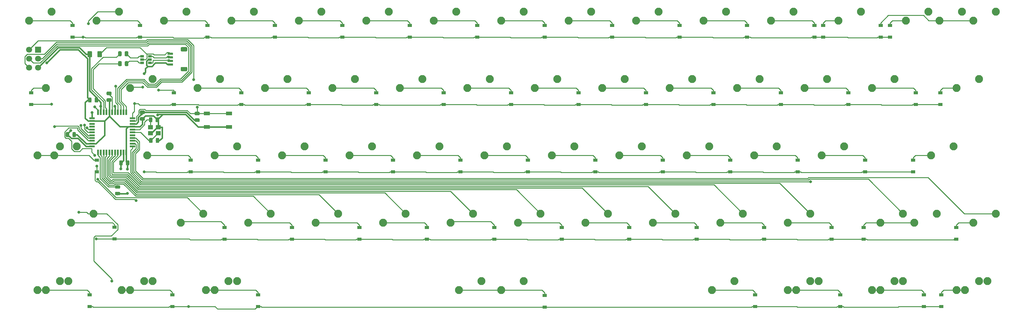
<source format=gbl>
G04 #@! TF.GenerationSoftware,KiCad,Pcbnew,(5.1.4)-1*
G04 #@! TF.CreationDate,2020-10-11T01:36:31-04:00*
G04 #@! TF.ProjectId,keyboard,6b657962-6f61-4726-942e-6b696361645f,rev?*
G04 #@! TF.SameCoordinates,Original*
G04 #@! TF.FileFunction,Copper,L2,Bot*
G04 #@! TF.FilePolarity,Positive*
%FSLAX46Y46*%
G04 Gerber Fmt 4.6, Leading zero omitted, Abs format (unit mm)*
G04 Created by KiCad (PCBNEW (5.1.4)-1) date 2020-10-11 01:36:31*
%MOMM*%
%LPD*%
G04 APERTURE LIST*
%ADD10C,2.250000*%
%ADD11R,1.200000X0.900000*%
%ADD12R,1.400000X1.200000*%
%ADD13R,0.550000X1.500000*%
%ADD14R,1.500000X0.550000*%
%ADD15R,1.060000X0.650000*%
%ADD16R,1.700000X1.000000*%
%ADD17C,0.100000*%
%ADD18C,0.975000*%
%ADD19R,1.700000X1.700000*%
%ADD20C,1.700000*%
%ADD21C,0.600000*%
%ADD22C,1.200000*%
%ADD23C,1.250000*%
%ADD24C,0.800000*%
%ADD25C,0.254000*%
%ADD26C,0.381000*%
G04 APERTURE END LIST*
D10*
X139065000Y-83185000D03*
X145415000Y-80645000D03*
X124777500Y-64135000D03*
X131127500Y-61595000D03*
X134302500Y-45085000D03*
X140652500Y-42545000D03*
X162877500Y-64135000D03*
X169227500Y-61595000D03*
X198596250Y-83185000D03*
X204946250Y-80645000D03*
X229552500Y-45085000D03*
X235902500Y-42545000D03*
X220027500Y-83185000D03*
X226377500Y-80645000D03*
X220027500Y-64135000D03*
X226377500Y-61595000D03*
X234315000Y-6985000D03*
X240665000Y-4445000D03*
X243840000Y-83185000D03*
X250190000Y-80645000D03*
X262890000Y-6985000D03*
X269240000Y-4445000D03*
X255746250Y-64135000D03*
X262096250Y-61595000D03*
X253365000Y-6985000D03*
X259715000Y-4445000D03*
X272415000Y-6985000D03*
X278765000Y-4445000D03*
X243840000Y-26035000D03*
X250190000Y-23495000D03*
X267652500Y-26035000D03*
X274002500Y-23495000D03*
X272415000Y-64135000D03*
X278765000Y-61595000D03*
X246221250Y-64135000D03*
X252571250Y-61595000D03*
D11*
X267589000Y-65533000D03*
X267589000Y-68833000D03*
D10*
X10477500Y-26035000D03*
X16827500Y-23495000D03*
X34290000Y-26035000D03*
X40640000Y-23495000D03*
X8096250Y-45085000D03*
X14446250Y-42545000D03*
X39052500Y-45085000D03*
X45402500Y-42545000D03*
X260508750Y-45085000D03*
X266858750Y-42545000D03*
X48577500Y-64135000D03*
X54927500Y-61595000D03*
X8096250Y-83185000D03*
X14446250Y-80645000D03*
X10477500Y-83185000D03*
X16827500Y-80645000D03*
X34290000Y-83185000D03*
X40640000Y-80645000D03*
X55721250Y-83185000D03*
X62071250Y-80645000D03*
X58102500Y-83185000D03*
X64452500Y-80645000D03*
X127158750Y-83185000D03*
X133508750Y-80645000D03*
X222408750Y-83185000D03*
X228758750Y-80645000D03*
X246221250Y-83185000D03*
X252571250Y-80645000D03*
X267652500Y-83185000D03*
X274002500Y-80645000D03*
X270033750Y-83185000D03*
X276383750Y-80645000D03*
X31908750Y-83185000D03*
X38258750Y-80645000D03*
D12*
X42205000Y-37162000D03*
X40005000Y-37162000D03*
X40005000Y-38862000D03*
X42205000Y-38862000D03*
D13*
X25210000Y-32908000D03*
X26010000Y-32908000D03*
X26810000Y-32908000D03*
X27610000Y-32908000D03*
X28410000Y-32908000D03*
X29210000Y-32908000D03*
X30010000Y-32908000D03*
X30810000Y-32908000D03*
X31610000Y-32908000D03*
X32410000Y-32908000D03*
X33210000Y-32908000D03*
D14*
X34910000Y-34608000D03*
X34910000Y-35408000D03*
X34910000Y-36208000D03*
X34910000Y-37008000D03*
X34910000Y-37808000D03*
X34910000Y-38608000D03*
X34910000Y-39408000D03*
X34910000Y-40208000D03*
X34910000Y-41008000D03*
X34910000Y-41808000D03*
X34910000Y-42608000D03*
D13*
X33210000Y-44308000D03*
X32410000Y-44308000D03*
X31610000Y-44308000D03*
X30810000Y-44308000D03*
X30010000Y-44308000D03*
X29210000Y-44308000D03*
X28410000Y-44308000D03*
X27610000Y-44308000D03*
X26810000Y-44308000D03*
X26010000Y-44308000D03*
X25210000Y-44308000D03*
D14*
X23510000Y-42608000D03*
X23510000Y-41808000D03*
X23510000Y-41008000D03*
X23510000Y-40208000D03*
X23510000Y-39408000D03*
X23510000Y-38608000D03*
X23510000Y-37808000D03*
X23510000Y-37008000D03*
X23510000Y-36208000D03*
X23510000Y-35408000D03*
X23510000Y-34608000D03*
D15*
X37635000Y-18034000D03*
X37635000Y-17084000D03*
X37635000Y-18984000D03*
X39835000Y-18984000D03*
X39835000Y-18034000D03*
X39835000Y-17084000D03*
D16*
X62205000Y-33279000D03*
X55905000Y-33279000D03*
X62205000Y-37079000D03*
X55905000Y-37079000D03*
D17*
G36*
X53693142Y-34662674D02*
G01*
X53716803Y-34666184D01*
X53740007Y-34671996D01*
X53762529Y-34680054D01*
X53784153Y-34690282D01*
X53804670Y-34702579D01*
X53823883Y-34716829D01*
X53841607Y-34732893D01*
X53857671Y-34750617D01*
X53871921Y-34769830D01*
X53884218Y-34790347D01*
X53894446Y-34811971D01*
X53902504Y-34834493D01*
X53908316Y-34857697D01*
X53911826Y-34881358D01*
X53913000Y-34905250D01*
X53913000Y-35392750D01*
X53911826Y-35416642D01*
X53908316Y-35440303D01*
X53902504Y-35463507D01*
X53894446Y-35486029D01*
X53884218Y-35507653D01*
X53871921Y-35528170D01*
X53857671Y-35547383D01*
X53841607Y-35565107D01*
X53823883Y-35581171D01*
X53804670Y-35595421D01*
X53784153Y-35607718D01*
X53762529Y-35617946D01*
X53740007Y-35626004D01*
X53716803Y-35631816D01*
X53693142Y-35635326D01*
X53669250Y-35636500D01*
X52756750Y-35636500D01*
X52732858Y-35635326D01*
X52709197Y-35631816D01*
X52685993Y-35626004D01*
X52663471Y-35617946D01*
X52641847Y-35607718D01*
X52621330Y-35595421D01*
X52602117Y-35581171D01*
X52584393Y-35565107D01*
X52568329Y-35547383D01*
X52554079Y-35528170D01*
X52541782Y-35507653D01*
X52531554Y-35486029D01*
X52523496Y-35463507D01*
X52517684Y-35440303D01*
X52514174Y-35416642D01*
X52513000Y-35392750D01*
X52513000Y-34905250D01*
X52514174Y-34881358D01*
X52517684Y-34857697D01*
X52523496Y-34834493D01*
X52531554Y-34811971D01*
X52541782Y-34790347D01*
X52554079Y-34769830D01*
X52568329Y-34750617D01*
X52584393Y-34732893D01*
X52602117Y-34716829D01*
X52621330Y-34702579D01*
X52641847Y-34690282D01*
X52663471Y-34680054D01*
X52685993Y-34671996D01*
X52709197Y-34666184D01*
X52732858Y-34662674D01*
X52756750Y-34661500D01*
X53669250Y-34661500D01*
X53693142Y-34662674D01*
X53693142Y-34662674D01*
G37*
D18*
X53213000Y-35149000D03*
D17*
G36*
X53693142Y-32787674D02*
G01*
X53716803Y-32791184D01*
X53740007Y-32796996D01*
X53762529Y-32805054D01*
X53784153Y-32815282D01*
X53804670Y-32827579D01*
X53823883Y-32841829D01*
X53841607Y-32857893D01*
X53857671Y-32875617D01*
X53871921Y-32894830D01*
X53884218Y-32915347D01*
X53894446Y-32936971D01*
X53902504Y-32959493D01*
X53908316Y-32982697D01*
X53911826Y-33006358D01*
X53913000Y-33030250D01*
X53913000Y-33517750D01*
X53911826Y-33541642D01*
X53908316Y-33565303D01*
X53902504Y-33588507D01*
X53894446Y-33611029D01*
X53884218Y-33632653D01*
X53871921Y-33653170D01*
X53857671Y-33672383D01*
X53841607Y-33690107D01*
X53823883Y-33706171D01*
X53804670Y-33720421D01*
X53784153Y-33732718D01*
X53762529Y-33742946D01*
X53740007Y-33751004D01*
X53716803Y-33756816D01*
X53693142Y-33760326D01*
X53669250Y-33761500D01*
X52756750Y-33761500D01*
X52732858Y-33760326D01*
X52709197Y-33756816D01*
X52685993Y-33751004D01*
X52663471Y-33742946D01*
X52641847Y-33732718D01*
X52621330Y-33720421D01*
X52602117Y-33706171D01*
X52584393Y-33690107D01*
X52568329Y-33672383D01*
X52554079Y-33653170D01*
X52541782Y-33632653D01*
X52531554Y-33611029D01*
X52523496Y-33588507D01*
X52517684Y-33565303D01*
X52514174Y-33541642D01*
X52513000Y-33517750D01*
X52513000Y-33030250D01*
X52514174Y-33006358D01*
X52517684Y-32982697D01*
X52523496Y-32959493D01*
X52531554Y-32936971D01*
X52541782Y-32915347D01*
X52554079Y-32894830D01*
X52568329Y-32875617D01*
X52584393Y-32857893D01*
X52602117Y-32841829D01*
X52621330Y-32827579D01*
X52641847Y-32815282D01*
X52663471Y-32805054D01*
X52685993Y-32796996D01*
X52709197Y-32791184D01*
X52732858Y-32787674D01*
X52756750Y-32786500D01*
X53669250Y-32786500D01*
X53693142Y-32787674D01*
X53693142Y-32787674D01*
G37*
D18*
X53213000Y-33274000D03*
D17*
G36*
X31214142Y-53567174D02*
G01*
X31237803Y-53570684D01*
X31261007Y-53576496D01*
X31283529Y-53584554D01*
X31305153Y-53594782D01*
X31325670Y-53607079D01*
X31344883Y-53621329D01*
X31362607Y-53637393D01*
X31378671Y-53655117D01*
X31392921Y-53674330D01*
X31405218Y-53694847D01*
X31415446Y-53716471D01*
X31423504Y-53738993D01*
X31429316Y-53762197D01*
X31432826Y-53785858D01*
X31434000Y-53809750D01*
X31434000Y-54297250D01*
X31432826Y-54321142D01*
X31429316Y-54344803D01*
X31423504Y-54368007D01*
X31415446Y-54390529D01*
X31405218Y-54412153D01*
X31392921Y-54432670D01*
X31378671Y-54451883D01*
X31362607Y-54469607D01*
X31344883Y-54485671D01*
X31325670Y-54499921D01*
X31305153Y-54512218D01*
X31283529Y-54522446D01*
X31261007Y-54530504D01*
X31237803Y-54536316D01*
X31214142Y-54539826D01*
X31190250Y-54541000D01*
X30277750Y-54541000D01*
X30253858Y-54539826D01*
X30230197Y-54536316D01*
X30206993Y-54530504D01*
X30184471Y-54522446D01*
X30162847Y-54512218D01*
X30142330Y-54499921D01*
X30123117Y-54485671D01*
X30105393Y-54469607D01*
X30089329Y-54451883D01*
X30075079Y-54432670D01*
X30062782Y-54412153D01*
X30052554Y-54390529D01*
X30044496Y-54368007D01*
X30038684Y-54344803D01*
X30035174Y-54321142D01*
X30034000Y-54297250D01*
X30034000Y-53809750D01*
X30035174Y-53785858D01*
X30038684Y-53762197D01*
X30044496Y-53738993D01*
X30052554Y-53716471D01*
X30062782Y-53694847D01*
X30075079Y-53674330D01*
X30089329Y-53655117D01*
X30105393Y-53637393D01*
X30123117Y-53621329D01*
X30142330Y-53607079D01*
X30162847Y-53594782D01*
X30184471Y-53584554D01*
X30206993Y-53576496D01*
X30230197Y-53570684D01*
X30253858Y-53567174D01*
X30277750Y-53566000D01*
X31190250Y-53566000D01*
X31214142Y-53567174D01*
X31214142Y-53567174D01*
G37*
D18*
X30734000Y-54053500D03*
D17*
G36*
X31214142Y-55442174D02*
G01*
X31237803Y-55445684D01*
X31261007Y-55451496D01*
X31283529Y-55459554D01*
X31305153Y-55469782D01*
X31325670Y-55482079D01*
X31344883Y-55496329D01*
X31362607Y-55512393D01*
X31378671Y-55530117D01*
X31392921Y-55549330D01*
X31405218Y-55569847D01*
X31415446Y-55591471D01*
X31423504Y-55613993D01*
X31429316Y-55637197D01*
X31432826Y-55660858D01*
X31434000Y-55684750D01*
X31434000Y-56172250D01*
X31432826Y-56196142D01*
X31429316Y-56219803D01*
X31423504Y-56243007D01*
X31415446Y-56265529D01*
X31405218Y-56287153D01*
X31392921Y-56307670D01*
X31378671Y-56326883D01*
X31362607Y-56344607D01*
X31344883Y-56360671D01*
X31325670Y-56374921D01*
X31305153Y-56387218D01*
X31283529Y-56397446D01*
X31261007Y-56405504D01*
X31237803Y-56411316D01*
X31214142Y-56414826D01*
X31190250Y-56416000D01*
X30277750Y-56416000D01*
X30253858Y-56414826D01*
X30230197Y-56411316D01*
X30206993Y-56405504D01*
X30184471Y-56397446D01*
X30162847Y-56387218D01*
X30142330Y-56374921D01*
X30123117Y-56360671D01*
X30105393Y-56344607D01*
X30089329Y-56326883D01*
X30075079Y-56307670D01*
X30062782Y-56287153D01*
X30052554Y-56265529D01*
X30044496Y-56243007D01*
X30038684Y-56219803D01*
X30035174Y-56196142D01*
X30034000Y-56172250D01*
X30034000Y-55684750D01*
X30035174Y-55660858D01*
X30038684Y-55637197D01*
X30044496Y-55613993D01*
X30052554Y-55591471D01*
X30062782Y-55569847D01*
X30075079Y-55549330D01*
X30089329Y-55530117D01*
X30105393Y-55512393D01*
X30123117Y-55496329D01*
X30142330Y-55482079D01*
X30162847Y-55469782D01*
X30184471Y-55459554D01*
X30206993Y-55451496D01*
X30230197Y-55445684D01*
X30253858Y-55442174D01*
X30277750Y-55441000D01*
X31190250Y-55441000D01*
X31214142Y-55442174D01*
X31214142Y-55442174D01*
G37*
D18*
X30734000Y-55928500D03*
D17*
G36*
X33511642Y-15684174D02*
G01*
X33535303Y-15687684D01*
X33558507Y-15693496D01*
X33581029Y-15701554D01*
X33602653Y-15711782D01*
X33623170Y-15724079D01*
X33642383Y-15738329D01*
X33660107Y-15754393D01*
X33676171Y-15772117D01*
X33690421Y-15791330D01*
X33702718Y-15811847D01*
X33712946Y-15833471D01*
X33721004Y-15855993D01*
X33726816Y-15879197D01*
X33730326Y-15902858D01*
X33731500Y-15926750D01*
X33731500Y-16839250D01*
X33730326Y-16863142D01*
X33726816Y-16886803D01*
X33721004Y-16910007D01*
X33712946Y-16932529D01*
X33702718Y-16954153D01*
X33690421Y-16974670D01*
X33676171Y-16993883D01*
X33660107Y-17011607D01*
X33642383Y-17027671D01*
X33623170Y-17041921D01*
X33602653Y-17054218D01*
X33581029Y-17064446D01*
X33558507Y-17072504D01*
X33535303Y-17078316D01*
X33511642Y-17081826D01*
X33487750Y-17083000D01*
X33000250Y-17083000D01*
X32976358Y-17081826D01*
X32952697Y-17078316D01*
X32929493Y-17072504D01*
X32906971Y-17064446D01*
X32885347Y-17054218D01*
X32864830Y-17041921D01*
X32845617Y-17027671D01*
X32827893Y-17011607D01*
X32811829Y-16993883D01*
X32797579Y-16974670D01*
X32785282Y-16954153D01*
X32775054Y-16932529D01*
X32766996Y-16910007D01*
X32761184Y-16886803D01*
X32757674Y-16863142D01*
X32756500Y-16839250D01*
X32756500Y-15926750D01*
X32757674Y-15902858D01*
X32761184Y-15879197D01*
X32766996Y-15855993D01*
X32775054Y-15833471D01*
X32785282Y-15811847D01*
X32797579Y-15791330D01*
X32811829Y-15772117D01*
X32827893Y-15754393D01*
X32845617Y-15738329D01*
X32864830Y-15724079D01*
X32885347Y-15711782D01*
X32906971Y-15701554D01*
X32929493Y-15693496D01*
X32952697Y-15687684D01*
X32976358Y-15684174D01*
X33000250Y-15683000D01*
X33487750Y-15683000D01*
X33511642Y-15684174D01*
X33511642Y-15684174D01*
G37*
D18*
X33244000Y-16383000D03*
D17*
G36*
X31636642Y-15684174D02*
G01*
X31660303Y-15687684D01*
X31683507Y-15693496D01*
X31706029Y-15701554D01*
X31727653Y-15711782D01*
X31748170Y-15724079D01*
X31767383Y-15738329D01*
X31785107Y-15754393D01*
X31801171Y-15772117D01*
X31815421Y-15791330D01*
X31827718Y-15811847D01*
X31837946Y-15833471D01*
X31846004Y-15855993D01*
X31851816Y-15879197D01*
X31855326Y-15902858D01*
X31856500Y-15926750D01*
X31856500Y-16839250D01*
X31855326Y-16863142D01*
X31851816Y-16886803D01*
X31846004Y-16910007D01*
X31837946Y-16932529D01*
X31827718Y-16954153D01*
X31815421Y-16974670D01*
X31801171Y-16993883D01*
X31785107Y-17011607D01*
X31767383Y-17027671D01*
X31748170Y-17041921D01*
X31727653Y-17054218D01*
X31706029Y-17064446D01*
X31683507Y-17072504D01*
X31660303Y-17078316D01*
X31636642Y-17081826D01*
X31612750Y-17083000D01*
X31125250Y-17083000D01*
X31101358Y-17081826D01*
X31077697Y-17078316D01*
X31054493Y-17072504D01*
X31031971Y-17064446D01*
X31010347Y-17054218D01*
X30989830Y-17041921D01*
X30970617Y-17027671D01*
X30952893Y-17011607D01*
X30936829Y-16993883D01*
X30922579Y-16974670D01*
X30910282Y-16954153D01*
X30900054Y-16932529D01*
X30891996Y-16910007D01*
X30886184Y-16886803D01*
X30882674Y-16863142D01*
X30881500Y-16839250D01*
X30881500Y-15926750D01*
X30882674Y-15902858D01*
X30886184Y-15879197D01*
X30891996Y-15855993D01*
X30900054Y-15833471D01*
X30910282Y-15811847D01*
X30922579Y-15791330D01*
X30936829Y-15772117D01*
X30952893Y-15754393D01*
X30970617Y-15738329D01*
X30989830Y-15724079D01*
X31010347Y-15711782D01*
X31031971Y-15701554D01*
X31054493Y-15693496D01*
X31077697Y-15687684D01*
X31101358Y-15684174D01*
X31125250Y-15683000D01*
X31612750Y-15683000D01*
X31636642Y-15684174D01*
X31636642Y-15684174D01*
G37*
D18*
X31369000Y-16383000D03*
D17*
G36*
X33541642Y-18478174D02*
G01*
X33565303Y-18481684D01*
X33588507Y-18487496D01*
X33611029Y-18495554D01*
X33632653Y-18505782D01*
X33653170Y-18518079D01*
X33672383Y-18532329D01*
X33690107Y-18548393D01*
X33706171Y-18566117D01*
X33720421Y-18585330D01*
X33732718Y-18605847D01*
X33742946Y-18627471D01*
X33751004Y-18649993D01*
X33756816Y-18673197D01*
X33760326Y-18696858D01*
X33761500Y-18720750D01*
X33761500Y-19633250D01*
X33760326Y-19657142D01*
X33756816Y-19680803D01*
X33751004Y-19704007D01*
X33742946Y-19726529D01*
X33732718Y-19748153D01*
X33720421Y-19768670D01*
X33706171Y-19787883D01*
X33690107Y-19805607D01*
X33672383Y-19821671D01*
X33653170Y-19835921D01*
X33632653Y-19848218D01*
X33611029Y-19858446D01*
X33588507Y-19866504D01*
X33565303Y-19872316D01*
X33541642Y-19875826D01*
X33517750Y-19877000D01*
X33030250Y-19877000D01*
X33006358Y-19875826D01*
X32982697Y-19872316D01*
X32959493Y-19866504D01*
X32936971Y-19858446D01*
X32915347Y-19848218D01*
X32894830Y-19835921D01*
X32875617Y-19821671D01*
X32857893Y-19805607D01*
X32841829Y-19787883D01*
X32827579Y-19768670D01*
X32815282Y-19748153D01*
X32805054Y-19726529D01*
X32796996Y-19704007D01*
X32791184Y-19680803D01*
X32787674Y-19657142D01*
X32786500Y-19633250D01*
X32786500Y-18720750D01*
X32787674Y-18696858D01*
X32791184Y-18673197D01*
X32796996Y-18649993D01*
X32805054Y-18627471D01*
X32815282Y-18605847D01*
X32827579Y-18585330D01*
X32841829Y-18566117D01*
X32857893Y-18548393D01*
X32875617Y-18532329D01*
X32894830Y-18518079D01*
X32915347Y-18505782D01*
X32936971Y-18495554D01*
X32959493Y-18487496D01*
X32982697Y-18481684D01*
X33006358Y-18478174D01*
X33030250Y-18477000D01*
X33517750Y-18477000D01*
X33541642Y-18478174D01*
X33541642Y-18478174D01*
G37*
D18*
X33274000Y-19177000D03*
D17*
G36*
X31666642Y-18478174D02*
G01*
X31690303Y-18481684D01*
X31713507Y-18487496D01*
X31736029Y-18495554D01*
X31757653Y-18505782D01*
X31778170Y-18518079D01*
X31797383Y-18532329D01*
X31815107Y-18548393D01*
X31831171Y-18566117D01*
X31845421Y-18585330D01*
X31857718Y-18605847D01*
X31867946Y-18627471D01*
X31876004Y-18649993D01*
X31881816Y-18673197D01*
X31885326Y-18696858D01*
X31886500Y-18720750D01*
X31886500Y-19633250D01*
X31885326Y-19657142D01*
X31881816Y-19680803D01*
X31876004Y-19704007D01*
X31867946Y-19726529D01*
X31857718Y-19748153D01*
X31845421Y-19768670D01*
X31831171Y-19787883D01*
X31815107Y-19805607D01*
X31797383Y-19821671D01*
X31778170Y-19835921D01*
X31757653Y-19848218D01*
X31736029Y-19858446D01*
X31713507Y-19866504D01*
X31690303Y-19872316D01*
X31666642Y-19875826D01*
X31642750Y-19877000D01*
X31155250Y-19877000D01*
X31131358Y-19875826D01*
X31107697Y-19872316D01*
X31084493Y-19866504D01*
X31061971Y-19858446D01*
X31040347Y-19848218D01*
X31019830Y-19835921D01*
X31000617Y-19821671D01*
X30982893Y-19805607D01*
X30966829Y-19787883D01*
X30952579Y-19768670D01*
X30940282Y-19748153D01*
X30930054Y-19726529D01*
X30921996Y-19704007D01*
X30916184Y-19680803D01*
X30912674Y-19657142D01*
X30911500Y-19633250D01*
X30911500Y-18720750D01*
X30912674Y-18696858D01*
X30916184Y-18673197D01*
X30921996Y-18649993D01*
X30930054Y-18627471D01*
X30940282Y-18605847D01*
X30952579Y-18585330D01*
X30966829Y-18566117D01*
X30982893Y-18548393D01*
X31000617Y-18532329D01*
X31019830Y-18518079D01*
X31040347Y-18505782D01*
X31061971Y-18495554D01*
X31084493Y-18487496D01*
X31107697Y-18481684D01*
X31131358Y-18478174D01*
X31155250Y-18477000D01*
X31642750Y-18477000D01*
X31666642Y-18478174D01*
X31666642Y-18478174D01*
G37*
D18*
X31399000Y-19177000D03*
D19*
X8255000Y-15240000D03*
D20*
X5715000Y-15240000D03*
X8255000Y-17780000D03*
X5715000Y-17780000D03*
X8255000Y-20320000D03*
X5715000Y-20320000D03*
D17*
G36*
X46264703Y-16107722D02*
G01*
X46279264Y-16109882D01*
X46293543Y-16113459D01*
X46307403Y-16118418D01*
X46320710Y-16124712D01*
X46333336Y-16132280D01*
X46345159Y-16141048D01*
X46356066Y-16150934D01*
X46365952Y-16161841D01*
X46374720Y-16173664D01*
X46382288Y-16186290D01*
X46388582Y-16199597D01*
X46393541Y-16213457D01*
X46397118Y-16227736D01*
X46399278Y-16242297D01*
X46400000Y-16257000D01*
X46400000Y-16557000D01*
X46399278Y-16571703D01*
X46397118Y-16586264D01*
X46393541Y-16600543D01*
X46388582Y-16614403D01*
X46382288Y-16627710D01*
X46374720Y-16640336D01*
X46365952Y-16652159D01*
X46356066Y-16663066D01*
X46345159Y-16672952D01*
X46333336Y-16681720D01*
X46320710Y-16689288D01*
X46307403Y-16695582D01*
X46293543Y-16700541D01*
X46279264Y-16704118D01*
X46264703Y-16706278D01*
X46250000Y-16707000D01*
X45000000Y-16707000D01*
X44985297Y-16706278D01*
X44970736Y-16704118D01*
X44956457Y-16700541D01*
X44942597Y-16695582D01*
X44929290Y-16689288D01*
X44916664Y-16681720D01*
X44904841Y-16672952D01*
X44893934Y-16663066D01*
X44884048Y-16652159D01*
X44875280Y-16640336D01*
X44867712Y-16627710D01*
X44861418Y-16614403D01*
X44856459Y-16600543D01*
X44852882Y-16586264D01*
X44850722Y-16571703D01*
X44850000Y-16557000D01*
X44850000Y-16257000D01*
X44850722Y-16242297D01*
X44852882Y-16227736D01*
X44856459Y-16213457D01*
X44861418Y-16199597D01*
X44867712Y-16186290D01*
X44875280Y-16173664D01*
X44884048Y-16161841D01*
X44893934Y-16150934D01*
X44904841Y-16141048D01*
X44916664Y-16132280D01*
X44929290Y-16124712D01*
X44942597Y-16118418D01*
X44956457Y-16113459D01*
X44970736Y-16109882D01*
X44985297Y-16107722D01*
X45000000Y-16107000D01*
X46250000Y-16107000D01*
X46264703Y-16107722D01*
X46264703Y-16107722D01*
G37*
D21*
X45625000Y-16407000D03*
D17*
G36*
X46264703Y-17107722D02*
G01*
X46279264Y-17109882D01*
X46293543Y-17113459D01*
X46307403Y-17118418D01*
X46320710Y-17124712D01*
X46333336Y-17132280D01*
X46345159Y-17141048D01*
X46356066Y-17150934D01*
X46365952Y-17161841D01*
X46374720Y-17173664D01*
X46382288Y-17186290D01*
X46388582Y-17199597D01*
X46393541Y-17213457D01*
X46397118Y-17227736D01*
X46399278Y-17242297D01*
X46400000Y-17257000D01*
X46400000Y-17557000D01*
X46399278Y-17571703D01*
X46397118Y-17586264D01*
X46393541Y-17600543D01*
X46388582Y-17614403D01*
X46382288Y-17627710D01*
X46374720Y-17640336D01*
X46365952Y-17652159D01*
X46356066Y-17663066D01*
X46345159Y-17672952D01*
X46333336Y-17681720D01*
X46320710Y-17689288D01*
X46307403Y-17695582D01*
X46293543Y-17700541D01*
X46279264Y-17704118D01*
X46264703Y-17706278D01*
X46250000Y-17707000D01*
X45000000Y-17707000D01*
X44985297Y-17706278D01*
X44970736Y-17704118D01*
X44956457Y-17700541D01*
X44942597Y-17695582D01*
X44929290Y-17689288D01*
X44916664Y-17681720D01*
X44904841Y-17672952D01*
X44893934Y-17663066D01*
X44884048Y-17652159D01*
X44875280Y-17640336D01*
X44867712Y-17627710D01*
X44861418Y-17614403D01*
X44856459Y-17600543D01*
X44852882Y-17586264D01*
X44850722Y-17571703D01*
X44850000Y-17557000D01*
X44850000Y-17257000D01*
X44850722Y-17242297D01*
X44852882Y-17227736D01*
X44856459Y-17213457D01*
X44861418Y-17199597D01*
X44867712Y-17186290D01*
X44875280Y-17173664D01*
X44884048Y-17161841D01*
X44893934Y-17150934D01*
X44904841Y-17141048D01*
X44916664Y-17132280D01*
X44929290Y-17124712D01*
X44942597Y-17118418D01*
X44956457Y-17113459D01*
X44970736Y-17109882D01*
X44985297Y-17107722D01*
X45000000Y-17107000D01*
X46250000Y-17107000D01*
X46264703Y-17107722D01*
X46264703Y-17107722D01*
G37*
D21*
X45625000Y-17407000D03*
D17*
G36*
X46264703Y-18107722D02*
G01*
X46279264Y-18109882D01*
X46293543Y-18113459D01*
X46307403Y-18118418D01*
X46320710Y-18124712D01*
X46333336Y-18132280D01*
X46345159Y-18141048D01*
X46356066Y-18150934D01*
X46365952Y-18161841D01*
X46374720Y-18173664D01*
X46382288Y-18186290D01*
X46388582Y-18199597D01*
X46393541Y-18213457D01*
X46397118Y-18227736D01*
X46399278Y-18242297D01*
X46400000Y-18257000D01*
X46400000Y-18557000D01*
X46399278Y-18571703D01*
X46397118Y-18586264D01*
X46393541Y-18600543D01*
X46388582Y-18614403D01*
X46382288Y-18627710D01*
X46374720Y-18640336D01*
X46365952Y-18652159D01*
X46356066Y-18663066D01*
X46345159Y-18672952D01*
X46333336Y-18681720D01*
X46320710Y-18689288D01*
X46307403Y-18695582D01*
X46293543Y-18700541D01*
X46279264Y-18704118D01*
X46264703Y-18706278D01*
X46250000Y-18707000D01*
X45000000Y-18707000D01*
X44985297Y-18706278D01*
X44970736Y-18704118D01*
X44956457Y-18700541D01*
X44942597Y-18695582D01*
X44929290Y-18689288D01*
X44916664Y-18681720D01*
X44904841Y-18672952D01*
X44893934Y-18663066D01*
X44884048Y-18652159D01*
X44875280Y-18640336D01*
X44867712Y-18627710D01*
X44861418Y-18614403D01*
X44856459Y-18600543D01*
X44852882Y-18586264D01*
X44850722Y-18571703D01*
X44850000Y-18557000D01*
X44850000Y-18257000D01*
X44850722Y-18242297D01*
X44852882Y-18227736D01*
X44856459Y-18213457D01*
X44861418Y-18199597D01*
X44867712Y-18186290D01*
X44875280Y-18173664D01*
X44884048Y-18161841D01*
X44893934Y-18150934D01*
X44904841Y-18141048D01*
X44916664Y-18132280D01*
X44929290Y-18124712D01*
X44942597Y-18118418D01*
X44956457Y-18113459D01*
X44970736Y-18109882D01*
X44985297Y-18107722D01*
X45000000Y-18107000D01*
X46250000Y-18107000D01*
X46264703Y-18107722D01*
X46264703Y-18107722D01*
G37*
D21*
X45625000Y-18407000D03*
D17*
G36*
X46264703Y-19107722D02*
G01*
X46279264Y-19109882D01*
X46293543Y-19113459D01*
X46307403Y-19118418D01*
X46320710Y-19124712D01*
X46333336Y-19132280D01*
X46345159Y-19141048D01*
X46356066Y-19150934D01*
X46365952Y-19161841D01*
X46374720Y-19173664D01*
X46382288Y-19186290D01*
X46388582Y-19199597D01*
X46393541Y-19213457D01*
X46397118Y-19227736D01*
X46399278Y-19242297D01*
X46400000Y-19257000D01*
X46400000Y-19557000D01*
X46399278Y-19571703D01*
X46397118Y-19586264D01*
X46393541Y-19600543D01*
X46388582Y-19614403D01*
X46382288Y-19627710D01*
X46374720Y-19640336D01*
X46365952Y-19652159D01*
X46356066Y-19663066D01*
X46345159Y-19672952D01*
X46333336Y-19681720D01*
X46320710Y-19689288D01*
X46307403Y-19695582D01*
X46293543Y-19700541D01*
X46279264Y-19704118D01*
X46264703Y-19706278D01*
X46250000Y-19707000D01*
X45000000Y-19707000D01*
X44985297Y-19706278D01*
X44970736Y-19704118D01*
X44956457Y-19700541D01*
X44942597Y-19695582D01*
X44929290Y-19689288D01*
X44916664Y-19681720D01*
X44904841Y-19672952D01*
X44893934Y-19663066D01*
X44884048Y-19652159D01*
X44875280Y-19640336D01*
X44867712Y-19627710D01*
X44861418Y-19614403D01*
X44856459Y-19600543D01*
X44852882Y-19586264D01*
X44850722Y-19571703D01*
X44850000Y-19557000D01*
X44850000Y-19257000D01*
X44850722Y-19242297D01*
X44852882Y-19227736D01*
X44856459Y-19213457D01*
X44861418Y-19199597D01*
X44867712Y-19186290D01*
X44875280Y-19173664D01*
X44884048Y-19161841D01*
X44893934Y-19150934D01*
X44904841Y-19141048D01*
X44916664Y-19132280D01*
X44929290Y-19124712D01*
X44942597Y-19118418D01*
X44956457Y-19113459D01*
X44970736Y-19109882D01*
X44985297Y-19107722D01*
X45000000Y-19107000D01*
X46250000Y-19107000D01*
X46264703Y-19107722D01*
X46264703Y-19107722D01*
G37*
D21*
X45625000Y-19407000D03*
D17*
G36*
X50174505Y-14508204D02*
G01*
X50198773Y-14511804D01*
X50222572Y-14517765D01*
X50245671Y-14526030D01*
X50267850Y-14536520D01*
X50288893Y-14549132D01*
X50308599Y-14563747D01*
X50326777Y-14580223D01*
X50343253Y-14598401D01*
X50357868Y-14618107D01*
X50370480Y-14639150D01*
X50380970Y-14661329D01*
X50389235Y-14684428D01*
X50395196Y-14708227D01*
X50398796Y-14732495D01*
X50400000Y-14756999D01*
X50400000Y-15457001D01*
X50398796Y-15481505D01*
X50395196Y-15505773D01*
X50389235Y-15529572D01*
X50380970Y-15552671D01*
X50370480Y-15574850D01*
X50357868Y-15595893D01*
X50343253Y-15615599D01*
X50326777Y-15633777D01*
X50308599Y-15650253D01*
X50288893Y-15664868D01*
X50267850Y-15677480D01*
X50245671Y-15687970D01*
X50222572Y-15696235D01*
X50198773Y-15702196D01*
X50174505Y-15705796D01*
X50150001Y-15707000D01*
X48849999Y-15707000D01*
X48825495Y-15705796D01*
X48801227Y-15702196D01*
X48777428Y-15696235D01*
X48754329Y-15687970D01*
X48732150Y-15677480D01*
X48711107Y-15664868D01*
X48691401Y-15650253D01*
X48673223Y-15633777D01*
X48656747Y-15615599D01*
X48642132Y-15595893D01*
X48629520Y-15574850D01*
X48619030Y-15552671D01*
X48610765Y-15529572D01*
X48604804Y-15505773D01*
X48601204Y-15481505D01*
X48600000Y-15457001D01*
X48600000Y-14756999D01*
X48601204Y-14732495D01*
X48604804Y-14708227D01*
X48610765Y-14684428D01*
X48619030Y-14661329D01*
X48629520Y-14639150D01*
X48642132Y-14618107D01*
X48656747Y-14598401D01*
X48673223Y-14580223D01*
X48691401Y-14563747D01*
X48711107Y-14549132D01*
X48732150Y-14536520D01*
X48754329Y-14526030D01*
X48777428Y-14517765D01*
X48801227Y-14511804D01*
X48825495Y-14508204D01*
X48849999Y-14507000D01*
X50150001Y-14507000D01*
X50174505Y-14508204D01*
X50174505Y-14508204D01*
G37*
D22*
X49500000Y-15107000D03*
D17*
G36*
X50174505Y-20108204D02*
G01*
X50198773Y-20111804D01*
X50222572Y-20117765D01*
X50245671Y-20126030D01*
X50267850Y-20136520D01*
X50288893Y-20149132D01*
X50308599Y-20163747D01*
X50326777Y-20180223D01*
X50343253Y-20198401D01*
X50357868Y-20218107D01*
X50370480Y-20239150D01*
X50380970Y-20261329D01*
X50389235Y-20284428D01*
X50395196Y-20308227D01*
X50398796Y-20332495D01*
X50400000Y-20356999D01*
X50400000Y-21057001D01*
X50398796Y-21081505D01*
X50395196Y-21105773D01*
X50389235Y-21129572D01*
X50380970Y-21152671D01*
X50370480Y-21174850D01*
X50357868Y-21195893D01*
X50343253Y-21215599D01*
X50326777Y-21233777D01*
X50308599Y-21250253D01*
X50288893Y-21264868D01*
X50267850Y-21277480D01*
X50245671Y-21287970D01*
X50222572Y-21296235D01*
X50198773Y-21302196D01*
X50174505Y-21305796D01*
X50150001Y-21307000D01*
X48849999Y-21307000D01*
X48825495Y-21305796D01*
X48801227Y-21302196D01*
X48777428Y-21296235D01*
X48754329Y-21287970D01*
X48732150Y-21277480D01*
X48711107Y-21264868D01*
X48691401Y-21250253D01*
X48673223Y-21233777D01*
X48656747Y-21215599D01*
X48642132Y-21195893D01*
X48629520Y-21174850D01*
X48619030Y-21152671D01*
X48610765Y-21129572D01*
X48604804Y-21105773D01*
X48601204Y-21081505D01*
X48600000Y-21057001D01*
X48600000Y-20356999D01*
X48601204Y-20332495D01*
X48604804Y-20308227D01*
X48610765Y-20284428D01*
X48619030Y-20261329D01*
X48629520Y-20239150D01*
X48642132Y-20218107D01*
X48656747Y-20198401D01*
X48673223Y-20180223D01*
X48691401Y-20163747D01*
X48711107Y-20149132D01*
X48732150Y-20136520D01*
X48754329Y-20126030D01*
X48777428Y-20117765D01*
X48801227Y-20111804D01*
X48825495Y-20108204D01*
X48849999Y-20107000D01*
X50150001Y-20107000D01*
X50174505Y-20108204D01*
X50174505Y-20108204D01*
G37*
D22*
X49500000Y-20707000D03*
D17*
G36*
X26059504Y-15636204D02*
G01*
X26083773Y-15639804D01*
X26107571Y-15645765D01*
X26130671Y-15654030D01*
X26152849Y-15664520D01*
X26173893Y-15677133D01*
X26193598Y-15691747D01*
X26211777Y-15708223D01*
X26228253Y-15726402D01*
X26242867Y-15746107D01*
X26255480Y-15767151D01*
X26265970Y-15789329D01*
X26274235Y-15812429D01*
X26280196Y-15836227D01*
X26283796Y-15860496D01*
X26285000Y-15885000D01*
X26285000Y-17135000D01*
X26283796Y-17159504D01*
X26280196Y-17183773D01*
X26274235Y-17207571D01*
X26265970Y-17230671D01*
X26255480Y-17252849D01*
X26242867Y-17273893D01*
X26228253Y-17293598D01*
X26211777Y-17311777D01*
X26193598Y-17328253D01*
X26173893Y-17342867D01*
X26152849Y-17355480D01*
X26130671Y-17365970D01*
X26107571Y-17374235D01*
X26083773Y-17380196D01*
X26059504Y-17383796D01*
X26035000Y-17385000D01*
X25285000Y-17385000D01*
X25260496Y-17383796D01*
X25236227Y-17380196D01*
X25212429Y-17374235D01*
X25189329Y-17365970D01*
X25167151Y-17355480D01*
X25146107Y-17342867D01*
X25126402Y-17328253D01*
X25108223Y-17311777D01*
X25091747Y-17293598D01*
X25077133Y-17273893D01*
X25064520Y-17252849D01*
X25054030Y-17230671D01*
X25045765Y-17207571D01*
X25039804Y-17183773D01*
X25036204Y-17159504D01*
X25035000Y-17135000D01*
X25035000Y-15885000D01*
X25036204Y-15860496D01*
X25039804Y-15836227D01*
X25045765Y-15812429D01*
X25054030Y-15789329D01*
X25064520Y-15767151D01*
X25077133Y-15746107D01*
X25091747Y-15726402D01*
X25108223Y-15708223D01*
X25126402Y-15691747D01*
X25146107Y-15677133D01*
X25167151Y-15664520D01*
X25189329Y-15654030D01*
X25212429Y-15645765D01*
X25236227Y-15639804D01*
X25260496Y-15636204D01*
X25285000Y-15635000D01*
X26035000Y-15635000D01*
X26059504Y-15636204D01*
X26059504Y-15636204D01*
G37*
D23*
X25660000Y-16510000D03*
D17*
G36*
X23259504Y-15636204D02*
G01*
X23283773Y-15639804D01*
X23307571Y-15645765D01*
X23330671Y-15654030D01*
X23352849Y-15664520D01*
X23373893Y-15677133D01*
X23393598Y-15691747D01*
X23411777Y-15708223D01*
X23428253Y-15726402D01*
X23442867Y-15746107D01*
X23455480Y-15767151D01*
X23465970Y-15789329D01*
X23474235Y-15812429D01*
X23480196Y-15836227D01*
X23483796Y-15860496D01*
X23485000Y-15885000D01*
X23485000Y-17135000D01*
X23483796Y-17159504D01*
X23480196Y-17183773D01*
X23474235Y-17207571D01*
X23465970Y-17230671D01*
X23455480Y-17252849D01*
X23442867Y-17273893D01*
X23428253Y-17293598D01*
X23411777Y-17311777D01*
X23393598Y-17328253D01*
X23373893Y-17342867D01*
X23352849Y-17355480D01*
X23330671Y-17365970D01*
X23307571Y-17374235D01*
X23283773Y-17380196D01*
X23259504Y-17383796D01*
X23235000Y-17385000D01*
X22485000Y-17385000D01*
X22460496Y-17383796D01*
X22436227Y-17380196D01*
X22412429Y-17374235D01*
X22389329Y-17365970D01*
X22367151Y-17355480D01*
X22346107Y-17342867D01*
X22326402Y-17328253D01*
X22308223Y-17311777D01*
X22291747Y-17293598D01*
X22277133Y-17273893D01*
X22264520Y-17252849D01*
X22254030Y-17230671D01*
X22245765Y-17207571D01*
X22239804Y-17183773D01*
X22236204Y-17159504D01*
X22235000Y-17135000D01*
X22235000Y-15885000D01*
X22236204Y-15860496D01*
X22239804Y-15836227D01*
X22245765Y-15812429D01*
X22254030Y-15789329D01*
X22264520Y-15767151D01*
X22277133Y-15746107D01*
X22291747Y-15726402D01*
X22308223Y-15708223D01*
X22326402Y-15691747D01*
X22346107Y-15677133D01*
X22367151Y-15664520D01*
X22389329Y-15654030D01*
X22412429Y-15645765D01*
X22436227Y-15639804D01*
X22460496Y-15636204D01*
X22485000Y-15635000D01*
X23235000Y-15635000D01*
X23259504Y-15636204D01*
X23259504Y-15636204D01*
G37*
D23*
X22860000Y-16510000D03*
D17*
G36*
X40399642Y-40195174D02*
G01*
X40423303Y-40198684D01*
X40446507Y-40204496D01*
X40469029Y-40212554D01*
X40490653Y-40222782D01*
X40511170Y-40235079D01*
X40530383Y-40249329D01*
X40548107Y-40265393D01*
X40564171Y-40283117D01*
X40578421Y-40302330D01*
X40590718Y-40322847D01*
X40600946Y-40344471D01*
X40609004Y-40366993D01*
X40614816Y-40390197D01*
X40618326Y-40413858D01*
X40619500Y-40437750D01*
X40619500Y-41350250D01*
X40618326Y-41374142D01*
X40614816Y-41397803D01*
X40609004Y-41421007D01*
X40600946Y-41443529D01*
X40590718Y-41465153D01*
X40578421Y-41485670D01*
X40564171Y-41504883D01*
X40548107Y-41522607D01*
X40530383Y-41538671D01*
X40511170Y-41552921D01*
X40490653Y-41565218D01*
X40469029Y-41575446D01*
X40446507Y-41583504D01*
X40423303Y-41589316D01*
X40399642Y-41592826D01*
X40375750Y-41594000D01*
X39888250Y-41594000D01*
X39864358Y-41592826D01*
X39840697Y-41589316D01*
X39817493Y-41583504D01*
X39794971Y-41575446D01*
X39773347Y-41565218D01*
X39752830Y-41552921D01*
X39733617Y-41538671D01*
X39715893Y-41522607D01*
X39699829Y-41504883D01*
X39685579Y-41485670D01*
X39673282Y-41465153D01*
X39663054Y-41443529D01*
X39654996Y-41421007D01*
X39649184Y-41397803D01*
X39645674Y-41374142D01*
X39644500Y-41350250D01*
X39644500Y-40437750D01*
X39645674Y-40413858D01*
X39649184Y-40390197D01*
X39654996Y-40366993D01*
X39663054Y-40344471D01*
X39673282Y-40322847D01*
X39685579Y-40302330D01*
X39699829Y-40283117D01*
X39715893Y-40265393D01*
X39733617Y-40249329D01*
X39752830Y-40235079D01*
X39773347Y-40222782D01*
X39794971Y-40212554D01*
X39817493Y-40204496D01*
X39840697Y-40198684D01*
X39864358Y-40195174D01*
X39888250Y-40194000D01*
X40375750Y-40194000D01*
X40399642Y-40195174D01*
X40399642Y-40195174D01*
G37*
D18*
X40132000Y-40894000D03*
D17*
G36*
X42274642Y-40195174D02*
G01*
X42298303Y-40198684D01*
X42321507Y-40204496D01*
X42344029Y-40212554D01*
X42365653Y-40222782D01*
X42386170Y-40235079D01*
X42405383Y-40249329D01*
X42423107Y-40265393D01*
X42439171Y-40283117D01*
X42453421Y-40302330D01*
X42465718Y-40322847D01*
X42475946Y-40344471D01*
X42484004Y-40366993D01*
X42489816Y-40390197D01*
X42493326Y-40413858D01*
X42494500Y-40437750D01*
X42494500Y-41350250D01*
X42493326Y-41374142D01*
X42489816Y-41397803D01*
X42484004Y-41421007D01*
X42475946Y-41443529D01*
X42465718Y-41465153D01*
X42453421Y-41485670D01*
X42439171Y-41504883D01*
X42423107Y-41522607D01*
X42405383Y-41538671D01*
X42386170Y-41552921D01*
X42365653Y-41565218D01*
X42344029Y-41575446D01*
X42321507Y-41583504D01*
X42298303Y-41589316D01*
X42274642Y-41592826D01*
X42250750Y-41594000D01*
X41763250Y-41594000D01*
X41739358Y-41592826D01*
X41715697Y-41589316D01*
X41692493Y-41583504D01*
X41669971Y-41575446D01*
X41648347Y-41565218D01*
X41627830Y-41552921D01*
X41608617Y-41538671D01*
X41590893Y-41522607D01*
X41574829Y-41504883D01*
X41560579Y-41485670D01*
X41548282Y-41465153D01*
X41538054Y-41443529D01*
X41529996Y-41421007D01*
X41524184Y-41397803D01*
X41520674Y-41374142D01*
X41519500Y-41350250D01*
X41519500Y-40437750D01*
X41520674Y-40413858D01*
X41524184Y-40390197D01*
X41529996Y-40366993D01*
X41538054Y-40344471D01*
X41548282Y-40322847D01*
X41560579Y-40302330D01*
X41574829Y-40283117D01*
X41590893Y-40265393D01*
X41608617Y-40249329D01*
X41627830Y-40235079D01*
X41648347Y-40222782D01*
X41669971Y-40212554D01*
X41692493Y-40204496D01*
X41715697Y-40198684D01*
X41739358Y-40195174D01*
X41763250Y-40194000D01*
X42250750Y-40194000D01*
X42274642Y-40195174D01*
X42274642Y-40195174D01*
G37*
D18*
X42007000Y-40894000D03*
D17*
G36*
X28801142Y-28977674D02*
G01*
X28824803Y-28981184D01*
X28848007Y-28986996D01*
X28870529Y-28995054D01*
X28892153Y-29005282D01*
X28912670Y-29017579D01*
X28931883Y-29031829D01*
X28949607Y-29047893D01*
X28965671Y-29065617D01*
X28979921Y-29084830D01*
X28992218Y-29105347D01*
X29002446Y-29126971D01*
X29010504Y-29149493D01*
X29016316Y-29172697D01*
X29019826Y-29196358D01*
X29021000Y-29220250D01*
X29021000Y-29707750D01*
X29019826Y-29731642D01*
X29016316Y-29755303D01*
X29010504Y-29778507D01*
X29002446Y-29801029D01*
X28992218Y-29822653D01*
X28979921Y-29843170D01*
X28965671Y-29862383D01*
X28949607Y-29880107D01*
X28931883Y-29896171D01*
X28912670Y-29910421D01*
X28892153Y-29922718D01*
X28870529Y-29932946D01*
X28848007Y-29941004D01*
X28824803Y-29946816D01*
X28801142Y-29950326D01*
X28777250Y-29951500D01*
X27864750Y-29951500D01*
X27840858Y-29950326D01*
X27817197Y-29946816D01*
X27793993Y-29941004D01*
X27771471Y-29932946D01*
X27749847Y-29922718D01*
X27729330Y-29910421D01*
X27710117Y-29896171D01*
X27692393Y-29880107D01*
X27676329Y-29862383D01*
X27662079Y-29843170D01*
X27649782Y-29822653D01*
X27639554Y-29801029D01*
X27631496Y-29778507D01*
X27625684Y-29755303D01*
X27622174Y-29731642D01*
X27621000Y-29707750D01*
X27621000Y-29220250D01*
X27622174Y-29196358D01*
X27625684Y-29172697D01*
X27631496Y-29149493D01*
X27639554Y-29126971D01*
X27649782Y-29105347D01*
X27662079Y-29084830D01*
X27676329Y-29065617D01*
X27692393Y-29047893D01*
X27710117Y-29031829D01*
X27729330Y-29017579D01*
X27749847Y-29005282D01*
X27771471Y-28995054D01*
X27793993Y-28986996D01*
X27817197Y-28981184D01*
X27840858Y-28977674D01*
X27864750Y-28976500D01*
X28777250Y-28976500D01*
X28801142Y-28977674D01*
X28801142Y-28977674D01*
G37*
D18*
X28321000Y-29464000D03*
D17*
G36*
X28801142Y-27102674D02*
G01*
X28824803Y-27106184D01*
X28848007Y-27111996D01*
X28870529Y-27120054D01*
X28892153Y-27130282D01*
X28912670Y-27142579D01*
X28931883Y-27156829D01*
X28949607Y-27172893D01*
X28965671Y-27190617D01*
X28979921Y-27209830D01*
X28992218Y-27230347D01*
X29002446Y-27251971D01*
X29010504Y-27274493D01*
X29016316Y-27297697D01*
X29019826Y-27321358D01*
X29021000Y-27345250D01*
X29021000Y-27832750D01*
X29019826Y-27856642D01*
X29016316Y-27880303D01*
X29010504Y-27903507D01*
X29002446Y-27926029D01*
X28992218Y-27947653D01*
X28979921Y-27968170D01*
X28965671Y-27987383D01*
X28949607Y-28005107D01*
X28931883Y-28021171D01*
X28912670Y-28035421D01*
X28892153Y-28047718D01*
X28870529Y-28057946D01*
X28848007Y-28066004D01*
X28824803Y-28071816D01*
X28801142Y-28075326D01*
X28777250Y-28076500D01*
X27864750Y-28076500D01*
X27840858Y-28075326D01*
X27817197Y-28071816D01*
X27793993Y-28066004D01*
X27771471Y-28057946D01*
X27749847Y-28047718D01*
X27729330Y-28035421D01*
X27710117Y-28021171D01*
X27692393Y-28005107D01*
X27676329Y-27987383D01*
X27662079Y-27968170D01*
X27649782Y-27947653D01*
X27639554Y-27926029D01*
X27631496Y-27903507D01*
X27625684Y-27880303D01*
X27622174Y-27856642D01*
X27621000Y-27832750D01*
X27621000Y-27345250D01*
X27622174Y-27321358D01*
X27625684Y-27297697D01*
X27631496Y-27274493D01*
X27639554Y-27251971D01*
X27649782Y-27230347D01*
X27662079Y-27209830D01*
X27676329Y-27190617D01*
X27692393Y-27172893D01*
X27710117Y-27156829D01*
X27729330Y-27142579D01*
X27749847Y-27130282D01*
X27771471Y-27120054D01*
X27793993Y-27111996D01*
X27817197Y-27106184D01*
X27840858Y-27102674D01*
X27864750Y-27101500D01*
X28777250Y-27101500D01*
X28801142Y-27102674D01*
X28801142Y-27102674D01*
G37*
D18*
X28321000Y-27589000D03*
D17*
G36*
X40351142Y-34353174D02*
G01*
X40374803Y-34356684D01*
X40398007Y-34362496D01*
X40420529Y-34370554D01*
X40442153Y-34380782D01*
X40462670Y-34393079D01*
X40481883Y-34407329D01*
X40499607Y-34423393D01*
X40515671Y-34441117D01*
X40529921Y-34460330D01*
X40542218Y-34480847D01*
X40552446Y-34502471D01*
X40560504Y-34524993D01*
X40566316Y-34548197D01*
X40569826Y-34571858D01*
X40571000Y-34595750D01*
X40571000Y-35508250D01*
X40569826Y-35532142D01*
X40566316Y-35555803D01*
X40560504Y-35579007D01*
X40552446Y-35601529D01*
X40542218Y-35623153D01*
X40529921Y-35643670D01*
X40515671Y-35662883D01*
X40499607Y-35680607D01*
X40481883Y-35696671D01*
X40462670Y-35710921D01*
X40442153Y-35723218D01*
X40420529Y-35733446D01*
X40398007Y-35741504D01*
X40374803Y-35747316D01*
X40351142Y-35750826D01*
X40327250Y-35752000D01*
X39839750Y-35752000D01*
X39815858Y-35750826D01*
X39792197Y-35747316D01*
X39768993Y-35741504D01*
X39746471Y-35733446D01*
X39724847Y-35723218D01*
X39704330Y-35710921D01*
X39685117Y-35696671D01*
X39667393Y-35680607D01*
X39651329Y-35662883D01*
X39637079Y-35643670D01*
X39624782Y-35623153D01*
X39614554Y-35601529D01*
X39606496Y-35579007D01*
X39600684Y-35555803D01*
X39597174Y-35532142D01*
X39596000Y-35508250D01*
X39596000Y-34595750D01*
X39597174Y-34571858D01*
X39600684Y-34548197D01*
X39606496Y-34524993D01*
X39614554Y-34502471D01*
X39624782Y-34480847D01*
X39637079Y-34460330D01*
X39651329Y-34441117D01*
X39667393Y-34423393D01*
X39685117Y-34407329D01*
X39704330Y-34393079D01*
X39724847Y-34380782D01*
X39746471Y-34370554D01*
X39768993Y-34362496D01*
X39792197Y-34356684D01*
X39815858Y-34353174D01*
X39839750Y-34352000D01*
X40327250Y-34352000D01*
X40351142Y-34353174D01*
X40351142Y-34353174D01*
G37*
D18*
X40083500Y-35052000D03*
D17*
G36*
X42226142Y-34353174D02*
G01*
X42249803Y-34356684D01*
X42273007Y-34362496D01*
X42295529Y-34370554D01*
X42317153Y-34380782D01*
X42337670Y-34393079D01*
X42356883Y-34407329D01*
X42374607Y-34423393D01*
X42390671Y-34441117D01*
X42404921Y-34460330D01*
X42417218Y-34480847D01*
X42427446Y-34502471D01*
X42435504Y-34524993D01*
X42441316Y-34548197D01*
X42444826Y-34571858D01*
X42446000Y-34595750D01*
X42446000Y-35508250D01*
X42444826Y-35532142D01*
X42441316Y-35555803D01*
X42435504Y-35579007D01*
X42427446Y-35601529D01*
X42417218Y-35623153D01*
X42404921Y-35643670D01*
X42390671Y-35662883D01*
X42374607Y-35680607D01*
X42356883Y-35696671D01*
X42337670Y-35710921D01*
X42317153Y-35723218D01*
X42295529Y-35733446D01*
X42273007Y-35741504D01*
X42249803Y-35747316D01*
X42226142Y-35750826D01*
X42202250Y-35752000D01*
X41714750Y-35752000D01*
X41690858Y-35750826D01*
X41667197Y-35747316D01*
X41643993Y-35741504D01*
X41621471Y-35733446D01*
X41599847Y-35723218D01*
X41579330Y-35710921D01*
X41560117Y-35696671D01*
X41542393Y-35680607D01*
X41526329Y-35662883D01*
X41512079Y-35643670D01*
X41499782Y-35623153D01*
X41489554Y-35601529D01*
X41481496Y-35579007D01*
X41475684Y-35555803D01*
X41472174Y-35532142D01*
X41471000Y-35508250D01*
X41471000Y-34595750D01*
X41472174Y-34571858D01*
X41475684Y-34548197D01*
X41481496Y-34524993D01*
X41489554Y-34502471D01*
X41499782Y-34480847D01*
X41512079Y-34460330D01*
X41526329Y-34441117D01*
X41542393Y-34423393D01*
X41560117Y-34407329D01*
X41579330Y-34393079D01*
X41599847Y-34380782D01*
X41621471Y-34370554D01*
X41643993Y-34362496D01*
X41667197Y-34356684D01*
X41690858Y-34353174D01*
X41714750Y-34352000D01*
X42202250Y-34352000D01*
X42226142Y-34353174D01*
X42226142Y-34353174D01*
G37*
D18*
X41958500Y-35052000D03*
D17*
G36*
X18731142Y-38544174D02*
G01*
X18754803Y-38547684D01*
X18778007Y-38553496D01*
X18800529Y-38561554D01*
X18822153Y-38571782D01*
X18842670Y-38584079D01*
X18861883Y-38598329D01*
X18879607Y-38614393D01*
X18895671Y-38632117D01*
X18909921Y-38651330D01*
X18922218Y-38671847D01*
X18932446Y-38693471D01*
X18940504Y-38715993D01*
X18946316Y-38739197D01*
X18949826Y-38762858D01*
X18951000Y-38786750D01*
X18951000Y-39699250D01*
X18949826Y-39723142D01*
X18946316Y-39746803D01*
X18940504Y-39770007D01*
X18932446Y-39792529D01*
X18922218Y-39814153D01*
X18909921Y-39834670D01*
X18895671Y-39853883D01*
X18879607Y-39871607D01*
X18861883Y-39887671D01*
X18842670Y-39901921D01*
X18822153Y-39914218D01*
X18800529Y-39924446D01*
X18778007Y-39932504D01*
X18754803Y-39938316D01*
X18731142Y-39941826D01*
X18707250Y-39943000D01*
X18219750Y-39943000D01*
X18195858Y-39941826D01*
X18172197Y-39938316D01*
X18148993Y-39932504D01*
X18126471Y-39924446D01*
X18104847Y-39914218D01*
X18084330Y-39901921D01*
X18065117Y-39887671D01*
X18047393Y-39871607D01*
X18031329Y-39853883D01*
X18017079Y-39834670D01*
X18004782Y-39814153D01*
X17994554Y-39792529D01*
X17986496Y-39770007D01*
X17980684Y-39746803D01*
X17977174Y-39723142D01*
X17976000Y-39699250D01*
X17976000Y-38786750D01*
X17977174Y-38762858D01*
X17980684Y-38739197D01*
X17986496Y-38715993D01*
X17994554Y-38693471D01*
X18004782Y-38671847D01*
X18017079Y-38651330D01*
X18031329Y-38632117D01*
X18047393Y-38614393D01*
X18065117Y-38598329D01*
X18084330Y-38584079D01*
X18104847Y-38571782D01*
X18126471Y-38561554D01*
X18148993Y-38553496D01*
X18172197Y-38547684D01*
X18195858Y-38544174D01*
X18219750Y-38543000D01*
X18707250Y-38543000D01*
X18731142Y-38544174D01*
X18731142Y-38544174D01*
G37*
D18*
X18463500Y-39243000D03*
D17*
G36*
X16856142Y-38544174D02*
G01*
X16879803Y-38547684D01*
X16903007Y-38553496D01*
X16925529Y-38561554D01*
X16947153Y-38571782D01*
X16967670Y-38584079D01*
X16986883Y-38598329D01*
X17004607Y-38614393D01*
X17020671Y-38632117D01*
X17034921Y-38651330D01*
X17047218Y-38671847D01*
X17057446Y-38693471D01*
X17065504Y-38715993D01*
X17071316Y-38739197D01*
X17074826Y-38762858D01*
X17076000Y-38786750D01*
X17076000Y-39699250D01*
X17074826Y-39723142D01*
X17071316Y-39746803D01*
X17065504Y-39770007D01*
X17057446Y-39792529D01*
X17047218Y-39814153D01*
X17034921Y-39834670D01*
X17020671Y-39853883D01*
X17004607Y-39871607D01*
X16986883Y-39887671D01*
X16967670Y-39901921D01*
X16947153Y-39914218D01*
X16925529Y-39924446D01*
X16903007Y-39932504D01*
X16879803Y-39938316D01*
X16856142Y-39941826D01*
X16832250Y-39943000D01*
X16344750Y-39943000D01*
X16320858Y-39941826D01*
X16297197Y-39938316D01*
X16273993Y-39932504D01*
X16251471Y-39924446D01*
X16229847Y-39914218D01*
X16209330Y-39901921D01*
X16190117Y-39887671D01*
X16172393Y-39871607D01*
X16156329Y-39853883D01*
X16142079Y-39834670D01*
X16129782Y-39814153D01*
X16119554Y-39792529D01*
X16111496Y-39770007D01*
X16105684Y-39746803D01*
X16102174Y-39723142D01*
X16101000Y-39699250D01*
X16101000Y-38786750D01*
X16102174Y-38762858D01*
X16105684Y-38739197D01*
X16111496Y-38715993D01*
X16119554Y-38693471D01*
X16129782Y-38671847D01*
X16142079Y-38651330D01*
X16156329Y-38632117D01*
X16172393Y-38614393D01*
X16190117Y-38598329D01*
X16209330Y-38584079D01*
X16229847Y-38571782D01*
X16251471Y-38561554D01*
X16273993Y-38553496D01*
X16297197Y-38547684D01*
X16320858Y-38544174D01*
X16344750Y-38543000D01*
X16832250Y-38543000D01*
X16856142Y-38544174D01*
X16856142Y-38544174D01*
G37*
D18*
X16588500Y-39243000D03*
D17*
G36*
X38199142Y-34311674D02*
G01*
X38222803Y-34315184D01*
X38246007Y-34320996D01*
X38268529Y-34329054D01*
X38290153Y-34339282D01*
X38310670Y-34351579D01*
X38329883Y-34365829D01*
X38347607Y-34381893D01*
X38363671Y-34399617D01*
X38377921Y-34418830D01*
X38390218Y-34439347D01*
X38400446Y-34460971D01*
X38408504Y-34483493D01*
X38414316Y-34506697D01*
X38417826Y-34530358D01*
X38419000Y-34554250D01*
X38419000Y-35041750D01*
X38417826Y-35065642D01*
X38414316Y-35089303D01*
X38408504Y-35112507D01*
X38400446Y-35135029D01*
X38390218Y-35156653D01*
X38377921Y-35177170D01*
X38363671Y-35196383D01*
X38347607Y-35214107D01*
X38329883Y-35230171D01*
X38310670Y-35244421D01*
X38290153Y-35256718D01*
X38268529Y-35266946D01*
X38246007Y-35275004D01*
X38222803Y-35280816D01*
X38199142Y-35284326D01*
X38175250Y-35285500D01*
X37262750Y-35285500D01*
X37238858Y-35284326D01*
X37215197Y-35280816D01*
X37191993Y-35275004D01*
X37169471Y-35266946D01*
X37147847Y-35256718D01*
X37127330Y-35244421D01*
X37108117Y-35230171D01*
X37090393Y-35214107D01*
X37074329Y-35196383D01*
X37060079Y-35177170D01*
X37047782Y-35156653D01*
X37037554Y-35135029D01*
X37029496Y-35112507D01*
X37023684Y-35089303D01*
X37020174Y-35065642D01*
X37019000Y-35041750D01*
X37019000Y-34554250D01*
X37020174Y-34530358D01*
X37023684Y-34506697D01*
X37029496Y-34483493D01*
X37037554Y-34460971D01*
X37047782Y-34439347D01*
X37060079Y-34418830D01*
X37074329Y-34399617D01*
X37090393Y-34381893D01*
X37108117Y-34365829D01*
X37127330Y-34351579D01*
X37147847Y-34339282D01*
X37169471Y-34329054D01*
X37191993Y-34320996D01*
X37215197Y-34315184D01*
X37238858Y-34311674D01*
X37262750Y-34310500D01*
X38175250Y-34310500D01*
X38199142Y-34311674D01*
X38199142Y-34311674D01*
G37*
D18*
X37719000Y-34798000D03*
D17*
G36*
X38199142Y-32436674D02*
G01*
X38222803Y-32440184D01*
X38246007Y-32445996D01*
X38268529Y-32454054D01*
X38290153Y-32464282D01*
X38310670Y-32476579D01*
X38329883Y-32490829D01*
X38347607Y-32506893D01*
X38363671Y-32524617D01*
X38377921Y-32543830D01*
X38390218Y-32564347D01*
X38400446Y-32585971D01*
X38408504Y-32608493D01*
X38414316Y-32631697D01*
X38417826Y-32655358D01*
X38419000Y-32679250D01*
X38419000Y-33166750D01*
X38417826Y-33190642D01*
X38414316Y-33214303D01*
X38408504Y-33237507D01*
X38400446Y-33260029D01*
X38390218Y-33281653D01*
X38377921Y-33302170D01*
X38363671Y-33321383D01*
X38347607Y-33339107D01*
X38329883Y-33355171D01*
X38310670Y-33369421D01*
X38290153Y-33381718D01*
X38268529Y-33391946D01*
X38246007Y-33400004D01*
X38222803Y-33405816D01*
X38199142Y-33409326D01*
X38175250Y-33410500D01*
X37262750Y-33410500D01*
X37238858Y-33409326D01*
X37215197Y-33405816D01*
X37191993Y-33400004D01*
X37169471Y-33391946D01*
X37147847Y-33381718D01*
X37127330Y-33369421D01*
X37108117Y-33355171D01*
X37090393Y-33339107D01*
X37074329Y-33321383D01*
X37060079Y-33302170D01*
X37047782Y-33281653D01*
X37037554Y-33260029D01*
X37029496Y-33237507D01*
X37023684Y-33214303D01*
X37020174Y-33190642D01*
X37019000Y-33166750D01*
X37019000Y-32679250D01*
X37020174Y-32655358D01*
X37023684Y-32631697D01*
X37029496Y-32608493D01*
X37037554Y-32585971D01*
X37047782Y-32564347D01*
X37060079Y-32543830D01*
X37074329Y-32524617D01*
X37090393Y-32506893D01*
X37108117Y-32490829D01*
X37127330Y-32476579D01*
X37147847Y-32464282D01*
X37169471Y-32454054D01*
X37191993Y-32445996D01*
X37215197Y-32440184D01*
X37238858Y-32436674D01*
X37262750Y-32435500D01*
X38175250Y-32435500D01*
X38199142Y-32436674D01*
X38199142Y-32436674D01*
G37*
D18*
X37719000Y-32923000D03*
D17*
G36*
X33844142Y-46545174D02*
G01*
X33867803Y-46548684D01*
X33891007Y-46554496D01*
X33913529Y-46562554D01*
X33935153Y-46572782D01*
X33955670Y-46585079D01*
X33974883Y-46599329D01*
X33992607Y-46615393D01*
X34008671Y-46633117D01*
X34022921Y-46652330D01*
X34035218Y-46672847D01*
X34045446Y-46694471D01*
X34053504Y-46716993D01*
X34059316Y-46740197D01*
X34062826Y-46763858D01*
X34064000Y-46787750D01*
X34064000Y-47700250D01*
X34062826Y-47724142D01*
X34059316Y-47747803D01*
X34053504Y-47771007D01*
X34045446Y-47793529D01*
X34035218Y-47815153D01*
X34022921Y-47835670D01*
X34008671Y-47854883D01*
X33992607Y-47872607D01*
X33974883Y-47888671D01*
X33955670Y-47902921D01*
X33935153Y-47915218D01*
X33913529Y-47925446D01*
X33891007Y-47933504D01*
X33867803Y-47939316D01*
X33844142Y-47942826D01*
X33820250Y-47944000D01*
X33332750Y-47944000D01*
X33308858Y-47942826D01*
X33285197Y-47939316D01*
X33261993Y-47933504D01*
X33239471Y-47925446D01*
X33217847Y-47915218D01*
X33197330Y-47902921D01*
X33178117Y-47888671D01*
X33160393Y-47872607D01*
X33144329Y-47854883D01*
X33130079Y-47835670D01*
X33117782Y-47815153D01*
X33107554Y-47793529D01*
X33099496Y-47771007D01*
X33093684Y-47747803D01*
X33090174Y-47724142D01*
X33089000Y-47700250D01*
X33089000Y-46787750D01*
X33090174Y-46763858D01*
X33093684Y-46740197D01*
X33099496Y-46716993D01*
X33107554Y-46694471D01*
X33117782Y-46672847D01*
X33130079Y-46652330D01*
X33144329Y-46633117D01*
X33160393Y-46615393D01*
X33178117Y-46599329D01*
X33197330Y-46585079D01*
X33217847Y-46572782D01*
X33239471Y-46562554D01*
X33261993Y-46554496D01*
X33285197Y-46548684D01*
X33308858Y-46545174D01*
X33332750Y-46544000D01*
X33820250Y-46544000D01*
X33844142Y-46545174D01*
X33844142Y-46545174D01*
G37*
D18*
X33576500Y-47244000D03*
D17*
G36*
X31969142Y-46545174D02*
G01*
X31992803Y-46548684D01*
X32016007Y-46554496D01*
X32038529Y-46562554D01*
X32060153Y-46572782D01*
X32080670Y-46585079D01*
X32099883Y-46599329D01*
X32117607Y-46615393D01*
X32133671Y-46633117D01*
X32147921Y-46652330D01*
X32160218Y-46672847D01*
X32170446Y-46694471D01*
X32178504Y-46716993D01*
X32184316Y-46740197D01*
X32187826Y-46763858D01*
X32189000Y-46787750D01*
X32189000Y-47700250D01*
X32187826Y-47724142D01*
X32184316Y-47747803D01*
X32178504Y-47771007D01*
X32170446Y-47793529D01*
X32160218Y-47815153D01*
X32147921Y-47835670D01*
X32133671Y-47854883D01*
X32117607Y-47872607D01*
X32099883Y-47888671D01*
X32080670Y-47902921D01*
X32060153Y-47915218D01*
X32038529Y-47925446D01*
X32016007Y-47933504D01*
X31992803Y-47939316D01*
X31969142Y-47942826D01*
X31945250Y-47944000D01*
X31457750Y-47944000D01*
X31433858Y-47942826D01*
X31410197Y-47939316D01*
X31386993Y-47933504D01*
X31364471Y-47925446D01*
X31342847Y-47915218D01*
X31322330Y-47902921D01*
X31303117Y-47888671D01*
X31285393Y-47872607D01*
X31269329Y-47854883D01*
X31255079Y-47835670D01*
X31242782Y-47815153D01*
X31232554Y-47793529D01*
X31224496Y-47771007D01*
X31218684Y-47747803D01*
X31215174Y-47724142D01*
X31214000Y-47700250D01*
X31214000Y-46787750D01*
X31215174Y-46763858D01*
X31218684Y-46740197D01*
X31224496Y-46716993D01*
X31232554Y-46694471D01*
X31242782Y-46672847D01*
X31255079Y-46652330D01*
X31269329Y-46633117D01*
X31285393Y-46615393D01*
X31303117Y-46599329D01*
X31322330Y-46585079D01*
X31342847Y-46572782D01*
X31364471Y-46562554D01*
X31386993Y-46554496D01*
X31410197Y-46548684D01*
X31433858Y-46545174D01*
X31457750Y-46544000D01*
X31945250Y-46544000D01*
X31969142Y-46545174D01*
X31969142Y-46545174D01*
G37*
D18*
X31701500Y-47244000D03*
D17*
G36*
X23157642Y-28765174D02*
G01*
X23181303Y-28768684D01*
X23204507Y-28774496D01*
X23227029Y-28782554D01*
X23248653Y-28792782D01*
X23269170Y-28805079D01*
X23288383Y-28819329D01*
X23306107Y-28835393D01*
X23322171Y-28853117D01*
X23336421Y-28872330D01*
X23348718Y-28892847D01*
X23358946Y-28914471D01*
X23367004Y-28936993D01*
X23372816Y-28960197D01*
X23376326Y-28983858D01*
X23377500Y-29007750D01*
X23377500Y-29920250D01*
X23376326Y-29944142D01*
X23372816Y-29967803D01*
X23367004Y-29991007D01*
X23358946Y-30013529D01*
X23348718Y-30035153D01*
X23336421Y-30055670D01*
X23322171Y-30074883D01*
X23306107Y-30092607D01*
X23288383Y-30108671D01*
X23269170Y-30122921D01*
X23248653Y-30135218D01*
X23227029Y-30145446D01*
X23204507Y-30153504D01*
X23181303Y-30159316D01*
X23157642Y-30162826D01*
X23133750Y-30164000D01*
X22646250Y-30164000D01*
X22622358Y-30162826D01*
X22598697Y-30159316D01*
X22575493Y-30153504D01*
X22552971Y-30145446D01*
X22531347Y-30135218D01*
X22510830Y-30122921D01*
X22491617Y-30108671D01*
X22473893Y-30092607D01*
X22457829Y-30074883D01*
X22443579Y-30055670D01*
X22431282Y-30035153D01*
X22421054Y-30013529D01*
X22412996Y-29991007D01*
X22407184Y-29967803D01*
X22403674Y-29944142D01*
X22402500Y-29920250D01*
X22402500Y-29007750D01*
X22403674Y-28983858D01*
X22407184Y-28960197D01*
X22412996Y-28936993D01*
X22421054Y-28914471D01*
X22431282Y-28892847D01*
X22443579Y-28872330D01*
X22457829Y-28853117D01*
X22473893Y-28835393D01*
X22491617Y-28819329D01*
X22510830Y-28805079D01*
X22531347Y-28792782D01*
X22552971Y-28782554D01*
X22575493Y-28774496D01*
X22598697Y-28768684D01*
X22622358Y-28765174D01*
X22646250Y-28764000D01*
X23133750Y-28764000D01*
X23157642Y-28765174D01*
X23157642Y-28765174D01*
G37*
D18*
X22890000Y-29464000D03*
D17*
G36*
X25032642Y-28765174D02*
G01*
X25056303Y-28768684D01*
X25079507Y-28774496D01*
X25102029Y-28782554D01*
X25123653Y-28792782D01*
X25144170Y-28805079D01*
X25163383Y-28819329D01*
X25181107Y-28835393D01*
X25197171Y-28853117D01*
X25211421Y-28872330D01*
X25223718Y-28892847D01*
X25233946Y-28914471D01*
X25242004Y-28936993D01*
X25247816Y-28960197D01*
X25251326Y-28983858D01*
X25252500Y-29007750D01*
X25252500Y-29920250D01*
X25251326Y-29944142D01*
X25247816Y-29967803D01*
X25242004Y-29991007D01*
X25233946Y-30013529D01*
X25223718Y-30035153D01*
X25211421Y-30055670D01*
X25197171Y-30074883D01*
X25181107Y-30092607D01*
X25163383Y-30108671D01*
X25144170Y-30122921D01*
X25123653Y-30135218D01*
X25102029Y-30145446D01*
X25079507Y-30153504D01*
X25056303Y-30159316D01*
X25032642Y-30162826D01*
X25008750Y-30164000D01*
X24521250Y-30164000D01*
X24497358Y-30162826D01*
X24473697Y-30159316D01*
X24450493Y-30153504D01*
X24427971Y-30145446D01*
X24406347Y-30135218D01*
X24385830Y-30122921D01*
X24366617Y-30108671D01*
X24348893Y-30092607D01*
X24332829Y-30074883D01*
X24318579Y-30055670D01*
X24306282Y-30035153D01*
X24296054Y-30013529D01*
X24287996Y-29991007D01*
X24282184Y-29967803D01*
X24278674Y-29944142D01*
X24277500Y-29920250D01*
X24277500Y-29007750D01*
X24278674Y-28983858D01*
X24282184Y-28960197D01*
X24287996Y-28936993D01*
X24296054Y-28914471D01*
X24306282Y-28892847D01*
X24318579Y-28872330D01*
X24332829Y-28853117D01*
X24348893Y-28835393D01*
X24366617Y-28819329D01*
X24385830Y-28805079D01*
X24406347Y-28792782D01*
X24427971Y-28782554D01*
X24450493Y-28774496D01*
X24473697Y-28768684D01*
X24497358Y-28765174D01*
X24521250Y-28764000D01*
X25008750Y-28764000D01*
X25032642Y-28765174D01*
X25032642Y-28765174D01*
G37*
D18*
X24765000Y-29464000D03*
D10*
X200977500Y-64135000D03*
X207327500Y-61595000D03*
X181927500Y-64135000D03*
X188277500Y-61595000D03*
X143827500Y-64135000D03*
X150177500Y-61595000D03*
X105727500Y-64135000D03*
X112077500Y-61595000D03*
X86677500Y-64135000D03*
X93027500Y-61595000D03*
X67627500Y-64135000D03*
X73977500Y-61595000D03*
X17621250Y-64135000D03*
X23971250Y-61595000D03*
X210502500Y-45085000D03*
X216852500Y-42545000D03*
X191452500Y-45085000D03*
X197802500Y-42545000D03*
X172402500Y-45085000D03*
X178752500Y-42545000D03*
X153352500Y-45085000D03*
X159702500Y-42545000D03*
X115252500Y-45085000D03*
X121602500Y-42545000D03*
X96202500Y-45085000D03*
X102552500Y-42545000D03*
X77152500Y-45085000D03*
X83502500Y-42545000D03*
X58102500Y-45085000D03*
X64452500Y-42545000D03*
X19208750Y-42545000D03*
X12858750Y-45085000D03*
X224790000Y-26035000D03*
X231140000Y-23495000D03*
X205740000Y-26035000D03*
X212090000Y-23495000D03*
X186690000Y-26035000D03*
X193040000Y-23495000D03*
X167640000Y-26035000D03*
X173990000Y-23495000D03*
X148590000Y-26035000D03*
X154940000Y-23495000D03*
X129540000Y-26035000D03*
X135890000Y-23495000D03*
X110490000Y-26035000D03*
X116840000Y-23495000D03*
X91440000Y-26035000D03*
X97790000Y-23495000D03*
X72390000Y-26035000D03*
X78740000Y-23495000D03*
X53340000Y-26035000D03*
X59690000Y-23495000D03*
X215265000Y-6985000D03*
X221615000Y-4445000D03*
X196215000Y-6985000D03*
X202565000Y-4445000D03*
X177165000Y-6985000D03*
X183515000Y-4445000D03*
X158115000Y-6985000D03*
X164465000Y-4445000D03*
X139065000Y-6985000D03*
X145415000Y-4445000D03*
X120015000Y-6985000D03*
X126365000Y-4445000D03*
X100965000Y-6985000D03*
X107315000Y-4445000D03*
X81915000Y-6985000D03*
X88265000Y-4445000D03*
X62865000Y-6985000D03*
X69215000Y-4445000D03*
X43815000Y-6985000D03*
X50165000Y-4445000D03*
X24765000Y-6985000D03*
X31115000Y-4445000D03*
X5715000Y-6985000D03*
X12065000Y-4445000D03*
D11*
X18050000Y-8375000D03*
X18050000Y-11675000D03*
X37100000Y-8375000D03*
X37100000Y-11675000D03*
X56150000Y-8375000D03*
X56150000Y-11675000D03*
X75200000Y-8375000D03*
X75200000Y-11675000D03*
X94250000Y-8375000D03*
X94250000Y-11675000D03*
X113300000Y-8375000D03*
X113300000Y-11675000D03*
X132350000Y-8375000D03*
X132350000Y-11675000D03*
X151400000Y-8375000D03*
X151400000Y-11675000D03*
X170450000Y-8375000D03*
X170450000Y-11675000D03*
X189500000Y-8375000D03*
X189500000Y-11675000D03*
X208550000Y-8375000D03*
X208550000Y-11675000D03*
X227600000Y-8375000D03*
X227600000Y-11675000D03*
X229997000Y-8383000D03*
X229997000Y-11683000D03*
X248920000Y-8383000D03*
X248920000Y-11683000D03*
X246253000Y-8382000D03*
X246253000Y-11682000D03*
X6350000Y-27425000D03*
X6350000Y-30725000D03*
X46625000Y-27425000D03*
X46625000Y-30725000D03*
X65675000Y-27425000D03*
X65675000Y-30725000D03*
X84725000Y-27425000D03*
X84725000Y-30725000D03*
X103775000Y-27425000D03*
X103775000Y-30725000D03*
X122825000Y-27425000D03*
X122825000Y-30725000D03*
X141875000Y-27425000D03*
X141875000Y-30725000D03*
X160925000Y-27425000D03*
X160925000Y-30725000D03*
X179975000Y-27425000D03*
X179975000Y-30725000D03*
X199025000Y-27425000D03*
X199025000Y-30725000D03*
X218075000Y-27425000D03*
X218075000Y-30725000D03*
X237125000Y-27425000D03*
X237125000Y-30725000D03*
X256175000Y-27425000D03*
X256175000Y-30725000D03*
X263144000Y-27425000D03*
X263144000Y-30725000D03*
X24892000Y-49775000D03*
X24892000Y-46475000D03*
X51387500Y-49775000D03*
X51387500Y-46475000D03*
X70437500Y-49775000D03*
X70437500Y-46475000D03*
X89487500Y-49775000D03*
X89487500Y-46475000D03*
X108537500Y-49775000D03*
X108537500Y-46475000D03*
X127587500Y-49775000D03*
X127587500Y-46475000D03*
X146637500Y-49775000D03*
X146637500Y-46475000D03*
X165687500Y-49775000D03*
X165687500Y-46475000D03*
X184737500Y-49775000D03*
X184737500Y-46475000D03*
X203787500Y-49775000D03*
X203787500Y-46475000D03*
X222837500Y-49775000D03*
X222837500Y-46475000D03*
X241887500Y-49775000D03*
X241887500Y-46475000D03*
X255397000Y-49783000D03*
X255397000Y-46483000D03*
X29845000Y-65406000D03*
X29845000Y-68706000D03*
X60912500Y-65525000D03*
X60912500Y-68825000D03*
X79962500Y-65525000D03*
X79962500Y-68825000D03*
X99012500Y-65525000D03*
X99012500Y-68825000D03*
X118062500Y-65525000D03*
X118062500Y-68825000D03*
X137112500Y-65525000D03*
X137112500Y-68825000D03*
X156162500Y-65525000D03*
X156162500Y-68825000D03*
X175212500Y-65525000D03*
X175212500Y-68825000D03*
X194262500Y-65525000D03*
X194262500Y-68825000D03*
X213312500Y-65525000D03*
X213312500Y-68825000D03*
X232362500Y-65525000D03*
X232362500Y-68825000D03*
X241427000Y-65533000D03*
X241427000Y-68833000D03*
X22812500Y-84575000D03*
X22812500Y-87875000D03*
X46228000Y-84583000D03*
X46228000Y-87883000D03*
X70437500Y-84575000D03*
X70437500Y-87875000D03*
X151384000Y-84710000D03*
X151384000Y-88010000D03*
X210820000Y-84575000D03*
X210820000Y-87875000D03*
X234823000Y-84583000D03*
X234823000Y-87883000D03*
X258445000Y-84575000D03*
X258445000Y-87875000D03*
X263398000Y-84584000D03*
X263398000Y-87884000D03*
D24*
X37846000Y-25781000D03*
X42291000Y-26670000D03*
X10718968Y-18973968D03*
X33528000Y-55880000D03*
X33528000Y-49022000D03*
X42037000Y-33713500D03*
X38227000Y-21971000D03*
X17526000Y-38100000D03*
X23495000Y-33020000D03*
X26010000Y-31267000D03*
X29972000Y-31242000D03*
X37492010Y-33428010D03*
X31623000Y-48895000D03*
X24257000Y-31369000D03*
X20955000Y-11684000D03*
X35497724Y-30475102D03*
X12065000Y-30607000D03*
X24257000Y-45085000D03*
X24892000Y-48133000D03*
X35941000Y-57912000D03*
X38227000Y-49784000D03*
X21387122Y-36563516D03*
X24730000Y-68707000D03*
X20389567Y-36633432D03*
X50800000Y-87884000D03*
X52176048Y-23728048D03*
X53213000Y-31496000D03*
X12954000Y-36957000D03*
X30226000Y-25527000D03*
X29083000Y-80645000D03*
X22479000Y-7874000D03*
X19812000Y-61214000D03*
X22098000Y-37338000D03*
X25107866Y-51878051D03*
X226441000Y-52578000D03*
D25*
X7305990Y-6985000D02*
X5715000Y-6985000D01*
X17364000Y-6985000D02*
X7305990Y-6985000D01*
X18050000Y-7671000D02*
X17364000Y-6985000D01*
X18050000Y-8375000D02*
X18050000Y-7671000D01*
X26355990Y-6985000D02*
X24765000Y-6985000D01*
X36414000Y-6985000D02*
X26355990Y-6985000D01*
X37100000Y-7671000D02*
X36414000Y-6985000D01*
X37100000Y-8375000D02*
X37100000Y-7671000D01*
X45405990Y-6985000D02*
X43815000Y-6985000D01*
X55464000Y-6985000D02*
X45405990Y-6985000D01*
X56150000Y-7671000D02*
X55464000Y-6985000D01*
X56150000Y-8375000D02*
X56150000Y-7671000D01*
X64455990Y-6985000D02*
X62865000Y-6985000D01*
X74514000Y-6985000D02*
X64455990Y-6985000D01*
X75200000Y-7671000D02*
X74514000Y-6985000D01*
X75200000Y-8375000D02*
X75200000Y-7671000D01*
X83505990Y-6985000D02*
X81915000Y-6985000D01*
X93564000Y-6985000D02*
X83505990Y-6985000D01*
X94250000Y-7671000D02*
X93564000Y-6985000D01*
X94250000Y-8375000D02*
X94250000Y-7671000D01*
X102555990Y-6985000D02*
X100965000Y-6985000D01*
X112614000Y-6985000D02*
X102555990Y-6985000D01*
X113300000Y-7671000D02*
X112614000Y-6985000D01*
X113300000Y-8375000D02*
X113300000Y-7671000D01*
X121605990Y-6985000D02*
X120015000Y-6985000D01*
X131664000Y-6985000D02*
X121605990Y-6985000D01*
X132350000Y-7671000D02*
X131664000Y-6985000D01*
X132350000Y-8375000D02*
X132350000Y-7671000D01*
X140655990Y-6985000D02*
X139065000Y-6985000D01*
X150714000Y-6985000D02*
X140655990Y-6985000D01*
X151400000Y-7671000D02*
X150714000Y-6985000D01*
X151400000Y-8375000D02*
X151400000Y-7671000D01*
X159705990Y-6985000D02*
X158115000Y-6985000D01*
X169764000Y-6985000D02*
X159705990Y-6985000D01*
X170450000Y-7671000D02*
X169764000Y-6985000D01*
X170450000Y-8375000D02*
X170450000Y-7671000D01*
X178755990Y-6985000D02*
X177165000Y-6985000D01*
X188814000Y-6985000D02*
X178755990Y-6985000D01*
X189500000Y-7671000D02*
X188814000Y-6985000D01*
X189500000Y-8375000D02*
X189500000Y-7671000D01*
X197805990Y-6985000D02*
X196215000Y-6985000D01*
X207864000Y-6985000D02*
X197805990Y-6985000D01*
X208550000Y-7671000D02*
X207864000Y-6985000D01*
X208550000Y-8375000D02*
X208550000Y-7671000D01*
X216855990Y-6985000D02*
X215265000Y-6985000D01*
X226914000Y-6985000D02*
X216855990Y-6985000D01*
X227600000Y-7671000D02*
X226914000Y-6985000D01*
X227600000Y-8375000D02*
X227600000Y-7671000D01*
X232724010Y-6985000D02*
X234315000Y-6985000D01*
X230691000Y-6985000D02*
X232724010Y-6985000D01*
X229997000Y-7679000D02*
X230691000Y-6985000D01*
X229997000Y-8383000D02*
X229997000Y-7679000D01*
X251774010Y-6985000D02*
X253365000Y-6985000D01*
X249614000Y-6985000D02*
X251774010Y-6985000D01*
X248920000Y-7679000D02*
X249614000Y-6985000D01*
X248920000Y-8383000D02*
X248920000Y-7679000D01*
X8886510Y-26035000D02*
X10477500Y-26035000D01*
X7036000Y-26035000D02*
X8886510Y-26035000D01*
X6350000Y-26721000D02*
X7036000Y-26035000D01*
X6350000Y-27425000D02*
X6350000Y-26721000D01*
X46625000Y-27425000D02*
X46625000Y-26940000D01*
X34544000Y-25781000D02*
X34290000Y-26035000D01*
X37846000Y-25781000D02*
X34544000Y-25781000D01*
X46625000Y-26721000D02*
X46574000Y-26670000D01*
X46625000Y-27425000D02*
X46625000Y-26721000D01*
X46574000Y-26670000D02*
X42291000Y-26670000D01*
X54930990Y-26035000D02*
X53340000Y-26035000D01*
X64989000Y-26035000D02*
X54930990Y-26035000D01*
X65675000Y-26721000D02*
X64989000Y-26035000D01*
X65675000Y-27425000D02*
X65675000Y-26721000D01*
X73980990Y-26035000D02*
X72390000Y-26035000D01*
X84039000Y-26035000D02*
X73980990Y-26035000D01*
X84725000Y-26721000D02*
X84039000Y-26035000D01*
X84725000Y-27425000D02*
X84725000Y-26721000D01*
X93030990Y-26035000D02*
X91440000Y-26035000D01*
X103089000Y-26035000D02*
X93030990Y-26035000D01*
X103775000Y-26721000D02*
X103089000Y-26035000D01*
X103775000Y-27425000D02*
X103775000Y-26721000D01*
X112080990Y-26035000D02*
X110490000Y-26035000D01*
X122139000Y-26035000D02*
X112080990Y-26035000D01*
X122825000Y-26721000D02*
X122139000Y-26035000D01*
X122825000Y-27425000D02*
X122825000Y-26721000D01*
X131130990Y-26035000D02*
X129540000Y-26035000D01*
X141189000Y-26035000D02*
X131130990Y-26035000D01*
X141875000Y-26721000D02*
X141189000Y-26035000D01*
X141875000Y-27425000D02*
X141875000Y-26721000D01*
X150180990Y-26035000D02*
X148590000Y-26035000D01*
X160239000Y-26035000D02*
X150180990Y-26035000D01*
X160925000Y-26721000D02*
X160239000Y-26035000D01*
X160925000Y-27425000D02*
X160925000Y-26721000D01*
X169230990Y-26035000D02*
X167640000Y-26035000D01*
X179289000Y-26035000D02*
X169230990Y-26035000D01*
X179975000Y-26721000D02*
X179289000Y-26035000D01*
X179975000Y-27425000D02*
X179975000Y-26721000D01*
X188280990Y-26035000D02*
X186690000Y-26035000D01*
X198339000Y-26035000D02*
X188280990Y-26035000D01*
X199025000Y-26721000D02*
X198339000Y-26035000D01*
X199025000Y-27425000D02*
X199025000Y-26721000D01*
X207330990Y-26035000D02*
X205740000Y-26035000D01*
X217389000Y-26035000D02*
X207330990Y-26035000D01*
X218075000Y-26721000D02*
X217389000Y-26035000D01*
X218075000Y-27425000D02*
X218075000Y-26721000D01*
X226380990Y-26035000D02*
X224790000Y-26035000D01*
X236439000Y-26035000D02*
X226380990Y-26035000D01*
X237125000Y-26721000D02*
X236439000Y-26035000D01*
X237125000Y-27425000D02*
X237125000Y-26721000D01*
X245430990Y-26035000D02*
X243840000Y-26035000D01*
X255489000Y-26035000D02*
X245430990Y-26035000D01*
X256175000Y-26721000D02*
X255489000Y-26035000D01*
X256175000Y-27425000D02*
X256175000Y-26721000D01*
X266061510Y-26035000D02*
X267652500Y-26035000D01*
X263830000Y-26035000D02*
X266061510Y-26035000D01*
X263144000Y-26721000D02*
X263830000Y-26035000D01*
X263144000Y-27425000D02*
X263144000Y-26721000D01*
X14449740Y-45085000D02*
X12858750Y-45085000D01*
X22648000Y-45085000D02*
X14449740Y-45085000D01*
X24038000Y-46475000D02*
X22648000Y-45085000D01*
X24892000Y-46475000D02*
X24038000Y-46475000D01*
X11267760Y-45085000D02*
X8096250Y-45085000D01*
X12858750Y-45085000D02*
X11267760Y-45085000D01*
X59693490Y-45085000D02*
X58102500Y-45085000D01*
X69751500Y-45085000D02*
X59693490Y-45085000D01*
X70437500Y-45771000D02*
X69751500Y-45085000D01*
X70437500Y-46475000D02*
X70437500Y-45771000D01*
X78743490Y-45085000D02*
X77152500Y-45085000D01*
X88801500Y-45085000D02*
X78743490Y-45085000D01*
X89487500Y-45771000D02*
X88801500Y-45085000D01*
X89487500Y-46475000D02*
X89487500Y-45771000D01*
X97793490Y-45085000D02*
X96202500Y-45085000D01*
X107851500Y-45085000D02*
X97793490Y-45085000D01*
X108537500Y-45771000D02*
X107851500Y-45085000D01*
X108537500Y-46475000D02*
X108537500Y-45771000D01*
X116843490Y-45085000D02*
X115252500Y-45085000D01*
X126901500Y-45085000D02*
X116843490Y-45085000D01*
X127587500Y-45771000D02*
X126901500Y-45085000D01*
X127587500Y-46475000D02*
X127587500Y-45771000D01*
X135893490Y-45085000D02*
X134302500Y-45085000D01*
X145951500Y-45085000D02*
X135893490Y-45085000D01*
X146637500Y-45771000D02*
X145951500Y-45085000D01*
X146637500Y-46475000D02*
X146637500Y-45771000D01*
X154943490Y-45085000D02*
X153352500Y-45085000D01*
X165001500Y-45085000D02*
X154943490Y-45085000D01*
X165687500Y-45771000D02*
X165001500Y-45085000D01*
X165687500Y-46475000D02*
X165687500Y-45771000D01*
X173993490Y-45085000D02*
X172402500Y-45085000D01*
X184051500Y-45085000D02*
X173993490Y-45085000D01*
X184737500Y-45771000D02*
X184051500Y-45085000D01*
X184737500Y-46475000D02*
X184737500Y-45771000D01*
X193043490Y-45085000D02*
X191452500Y-45085000D01*
X203101500Y-45085000D02*
X193043490Y-45085000D01*
X203787500Y-45771000D02*
X203101500Y-45085000D01*
X203787500Y-46475000D02*
X203787500Y-45771000D01*
X212093490Y-45085000D02*
X210502500Y-45085000D01*
X222151500Y-45085000D02*
X212093490Y-45085000D01*
X222837500Y-45771000D02*
X222151500Y-45085000D01*
X222837500Y-46475000D02*
X222837500Y-45771000D01*
X231143490Y-45085000D02*
X229552500Y-45085000D01*
X241201500Y-45085000D02*
X231143490Y-45085000D01*
X241887500Y-45771000D02*
X241201500Y-45085000D01*
X241887500Y-46475000D02*
X241887500Y-45771000D01*
X258917760Y-45085000D02*
X260508750Y-45085000D01*
X256091000Y-45085000D02*
X258917760Y-45085000D01*
X255397000Y-45779000D02*
X256091000Y-45085000D01*
X255397000Y-46483000D02*
X255397000Y-45779000D01*
X19212240Y-64135000D02*
X17621250Y-64135000D01*
X29278000Y-64135000D02*
X19212240Y-64135000D01*
X29845000Y-64702000D02*
X29278000Y-64135000D01*
X29845000Y-65406000D02*
X29845000Y-64702000D01*
X59905467Y-63813967D02*
X48898533Y-63813967D01*
X60912500Y-65525000D02*
X60912500Y-64821000D01*
X60912500Y-64821000D02*
X59905467Y-63813967D01*
X69218490Y-64135000D02*
X67627500Y-64135000D01*
X79276500Y-64135000D02*
X69218490Y-64135000D01*
X79962500Y-64821000D02*
X79276500Y-64135000D01*
X79962500Y-65525000D02*
X79962500Y-64821000D01*
X88268490Y-64135000D02*
X86677500Y-64135000D01*
X98326500Y-64135000D02*
X88268490Y-64135000D01*
X99012500Y-64821000D02*
X98326500Y-64135000D01*
X99012500Y-65525000D02*
X99012500Y-64821000D01*
X107318490Y-64135000D02*
X105727500Y-64135000D01*
X117376500Y-64135000D02*
X107318490Y-64135000D01*
X118062500Y-64821000D02*
X117376500Y-64135000D01*
X118062500Y-65525000D02*
X118062500Y-64821000D01*
X136105467Y-63813967D02*
X125098533Y-63813967D01*
X137112500Y-65525000D02*
X137112500Y-64821000D01*
X137112500Y-64821000D02*
X136105467Y-63813967D01*
X145418490Y-64135000D02*
X143827500Y-64135000D01*
X155476500Y-64135000D02*
X145418490Y-64135000D01*
X156162500Y-64821000D02*
X155476500Y-64135000D01*
X156162500Y-65525000D02*
X156162500Y-64821000D01*
X164468490Y-64135000D02*
X162877500Y-64135000D01*
X174526500Y-64135000D02*
X164468490Y-64135000D01*
X175212500Y-64821000D02*
X174526500Y-64135000D01*
X175212500Y-65525000D02*
X175212500Y-64821000D01*
X183518490Y-64135000D02*
X181927500Y-64135000D01*
X193576500Y-64135000D02*
X183518490Y-64135000D01*
X194262500Y-64821000D02*
X193576500Y-64135000D01*
X194262500Y-65525000D02*
X194262500Y-64821000D01*
X202568490Y-64135000D02*
X200977500Y-64135000D01*
X212626500Y-64135000D02*
X202568490Y-64135000D01*
X213312500Y-64821000D02*
X212626500Y-64135000D01*
X213312500Y-65525000D02*
X213312500Y-64821000D01*
X221618490Y-64135000D02*
X220027500Y-64135000D01*
X231676500Y-64135000D02*
X221618490Y-64135000D01*
X232362500Y-64821000D02*
X231676500Y-64135000D01*
X232362500Y-65525000D02*
X232362500Y-64821000D01*
X244630260Y-64135000D02*
X246221250Y-64135000D01*
X242121000Y-64135000D02*
X244630260Y-64135000D01*
X241427000Y-64829000D02*
X242121000Y-64135000D01*
X241427000Y-65533000D02*
X241427000Y-64829000D01*
X246221250Y-64135000D02*
X255746250Y-64135000D01*
X270824010Y-64135000D02*
X272415000Y-64135000D01*
X268283000Y-64135000D02*
X270824010Y-64135000D01*
X267589000Y-64829000D02*
X268283000Y-64135000D01*
X267589000Y-65533000D02*
X267589000Y-64829000D01*
X35880990Y-83185000D02*
X34290000Y-83185000D01*
X45534000Y-83185000D02*
X35880990Y-83185000D01*
X46228000Y-83879000D02*
X45534000Y-83185000D01*
X46228000Y-84583000D02*
X46228000Y-83879000D01*
X34290000Y-83185000D02*
X31908750Y-83185000D01*
X59693490Y-83185000D02*
X58102500Y-83185000D01*
X69751500Y-83185000D02*
X59693490Y-83185000D01*
X70437500Y-83871000D02*
X69751500Y-83185000D01*
X70437500Y-84575000D02*
X70437500Y-83871000D01*
X58102500Y-83185000D02*
X55721250Y-83185000D01*
X200187240Y-83185000D02*
X198596250Y-83185000D01*
X210134000Y-83185000D02*
X200187240Y-83185000D01*
X210820000Y-83871000D02*
X210134000Y-83185000D01*
X210820000Y-84575000D02*
X210820000Y-83871000D01*
X247812240Y-83185000D02*
X246221250Y-83185000D01*
X257759000Y-83185000D02*
X247812240Y-83185000D01*
X258445000Y-83871000D02*
X257759000Y-83185000D01*
X258445000Y-84575000D02*
X258445000Y-83871000D01*
X246221250Y-83185000D02*
X243840000Y-83185000D01*
D26*
X40307902Y-38862000D02*
X40005000Y-38862000D01*
X42007902Y-37162000D02*
X40307902Y-38862000D01*
X42205000Y-37162000D02*
X42007902Y-37162000D01*
X42594500Y-40894000D02*
X42007000Y-40894000D01*
X43295501Y-40192999D02*
X42594500Y-40894000D01*
X43295501Y-37171501D02*
X43295501Y-40192999D01*
X43286000Y-37162000D02*
X43295501Y-37171501D01*
X42205000Y-37162000D02*
X43286000Y-37162000D01*
X42205000Y-35298500D02*
X41958500Y-35052000D01*
X42205000Y-37162000D02*
X42205000Y-35298500D01*
X38275237Y-34241763D02*
X37719000Y-34798000D01*
X38555510Y-33961490D02*
X38275237Y-34241763D01*
X40867990Y-33961490D02*
X38555510Y-33961490D01*
X41958500Y-35052000D02*
X40867990Y-33961490D01*
X37719000Y-34798000D02*
X37719000Y-36322000D01*
X37033000Y-37008000D02*
X34910000Y-37008000D01*
X37719000Y-36322000D02*
X37033000Y-37008000D01*
X22302500Y-29464000D02*
X21590000Y-30176500D01*
X22890000Y-29464000D02*
X22302500Y-29464000D01*
X22379000Y-35408000D02*
X23510000Y-35408000D01*
X21590000Y-34619000D02*
X22379000Y-35408000D01*
X21590000Y-30176500D02*
X21590000Y-34619000D01*
X18463500Y-39243000D02*
X19304000Y-39243000D01*
X21869000Y-41808000D02*
X23510000Y-41808000D01*
X19304000Y-39243000D02*
X21869000Y-41808000D01*
X43506490Y-33504010D02*
X41958500Y-35052000D01*
X49946338Y-33504010D02*
X43506490Y-33504010D01*
X55905000Y-37079000D02*
X53521328Y-37079000D01*
X53521328Y-37079000D02*
X49946338Y-33504010D01*
X60974000Y-37079000D02*
X55905000Y-37079000D01*
X62205000Y-37079000D02*
X60974000Y-37079000D01*
X44750000Y-19407000D02*
X44323000Y-18980000D01*
X45625000Y-19407000D02*
X44750000Y-19407000D01*
X44323000Y-18980000D02*
X41345000Y-18980000D01*
X41209511Y-19167391D02*
X40437902Y-19939000D01*
X41345000Y-18980000D02*
X41209511Y-19115489D01*
X41209511Y-19115489D02*
X41209511Y-19167391D01*
X39232098Y-19939000D02*
X38914499Y-19621401D01*
X40437902Y-19939000D02*
X39232098Y-19939000D01*
X39339869Y-18034000D02*
X39835000Y-18034000D01*
X38914499Y-18459370D02*
X39339869Y-18034000D01*
X38914499Y-19621401D02*
X38914499Y-18459370D01*
X22225000Y-28799000D02*
X22890000Y-29464000D01*
X22225000Y-17780820D02*
X22225000Y-28799000D01*
X20065590Y-15620590D02*
X19640520Y-15195520D01*
X20065590Y-15621410D02*
X20065590Y-15620590D01*
X20065590Y-15621410D02*
X22225000Y-17780820D01*
X14497416Y-15195520D02*
X10718968Y-18973968D01*
X19640520Y-15195520D02*
X14497416Y-15195520D01*
X28410000Y-29807000D02*
X28410000Y-32908000D01*
X28067000Y-29464000D02*
X28410000Y-29807000D01*
X30734000Y-55928500D02*
X33479500Y-55928500D01*
X33479500Y-55928500D02*
X33528000Y-55880000D01*
X33210000Y-46877500D02*
X33576500Y-47244000D01*
X33210000Y-44308000D02*
X33210000Y-46877500D01*
X33528000Y-47292500D02*
X33576500Y-47244000D01*
X33528000Y-49022000D02*
X33528000Y-47292500D01*
X43506490Y-33504010D02*
X42246490Y-33504010D01*
X42246490Y-33504010D02*
X42037000Y-33713500D01*
X38626999Y-20544099D02*
X39232098Y-19939000D01*
X38626999Y-21571001D02*
X38626999Y-20544099D01*
X38227000Y-21971000D02*
X38626999Y-21571001D01*
X31379000Y-37008000D02*
X33779000Y-37008000D01*
X28410000Y-34039000D02*
X31379000Y-37008000D01*
X33210000Y-43177000D02*
X33210000Y-44308000D01*
X33779000Y-37008000D02*
X33210000Y-37577000D01*
X34910000Y-37008000D02*
X33779000Y-37008000D01*
X24641000Y-35408000D02*
X23510000Y-35408000D01*
X27041000Y-35408000D02*
X24641000Y-35408000D01*
X28410000Y-34039000D02*
X27041000Y-35408000D01*
X28410000Y-32908000D02*
X28410000Y-34039000D01*
X27041000Y-39408000D02*
X27041000Y-35408000D01*
X23510000Y-41808000D02*
X24641000Y-41808000D01*
X33210000Y-37577000D02*
X33210000Y-43177000D01*
X24641000Y-41808000D02*
X27041000Y-39408000D01*
X25352500Y-29464000D02*
X26010000Y-30121500D01*
X24765000Y-29464000D02*
X25352500Y-29464000D01*
X22379000Y-42608000D02*
X23510000Y-42608000D01*
X21847328Y-42608000D02*
X22379000Y-42608000D01*
X19572838Y-40333510D02*
X21847328Y-42608000D01*
X17679010Y-40333510D02*
X19572838Y-40333510D01*
X16588500Y-39243000D02*
X17679010Y-40333510D01*
X50187000Y-32923000D02*
X37997020Y-32923000D01*
X53213000Y-35149000D02*
X52413000Y-35149000D01*
X52413000Y-35149000D02*
X50187000Y-32923000D01*
X36041000Y-36208000D02*
X34910000Y-36208000D01*
X36576000Y-35673000D02*
X36041000Y-36208000D01*
X36576000Y-34344020D02*
X36576000Y-35673000D01*
X24765000Y-29464000D02*
X24765000Y-28664000D01*
X24765000Y-28664000D02*
X24727000Y-28664000D01*
X22860000Y-26797000D02*
X22860000Y-16510000D01*
X24727000Y-28664000D02*
X22860000Y-26797000D01*
X21844000Y-16510000D02*
X22860000Y-16510000D01*
X19948510Y-14614510D02*
X21844000Y-16510000D01*
X13960490Y-14614510D02*
X19948510Y-14614510D01*
X8255000Y-20320000D02*
X13960490Y-14614510D01*
X32410000Y-46535500D02*
X32410000Y-44308000D01*
X31701500Y-47244000D02*
X32410000Y-46535500D01*
X16588500Y-39243000D02*
X16588500Y-39037500D01*
X16588500Y-39037500D02*
X17526000Y-38100000D01*
X23510000Y-34608000D02*
X23510000Y-33035000D01*
X23510000Y-33035000D02*
X23495000Y-33020000D01*
X26010000Y-32908000D02*
X26010000Y-31267000D01*
X26010000Y-30121500D02*
X26010000Y-31267000D01*
X30010000Y-32908000D02*
X30010000Y-31280000D01*
X30010000Y-31280000D02*
X29972000Y-31242000D01*
X37997020Y-32923000D02*
X37492010Y-33428010D01*
X37492010Y-33428010D02*
X36576000Y-34344020D01*
X31623000Y-47322500D02*
X31701500Y-47244000D01*
X31623000Y-48895000D02*
X31623000Y-47322500D01*
D25*
X40005000Y-35130500D02*
X40083500Y-35052000D01*
X40005000Y-37162000D02*
X40005000Y-35130500D01*
X38972178Y-35052000D02*
X38337178Y-35687000D01*
X40083500Y-35052000D02*
X38972178Y-35052000D01*
X35914000Y-37808000D02*
X34910000Y-37808000D01*
X36964868Y-37808000D02*
X35914000Y-37808000D01*
X38337178Y-36435690D02*
X36964868Y-37808000D01*
X38337178Y-35687000D02*
X38337178Y-36435690D01*
X29210000Y-28732000D02*
X29210000Y-32908000D01*
X28067000Y-27589000D02*
X29210000Y-28732000D01*
X42164000Y-38862000D02*
X42205000Y-38862000D01*
X40132000Y-40894000D02*
X42164000Y-38862000D01*
X35914000Y-38608000D02*
X34910000Y-38608000D01*
X37258500Y-38608000D02*
X35914000Y-38608000D01*
X39544500Y-40894000D02*
X37258500Y-38608000D01*
X40132000Y-40894000D02*
X39544500Y-40894000D01*
X25210000Y-32908000D02*
X25210000Y-32322000D01*
X25210000Y-32322000D02*
X24257000Y-31369000D01*
X36246000Y-11675000D02*
X37100000Y-11675000D01*
X36075099Y-11845901D02*
X36246000Y-11675000D01*
X21682586Y-11845901D02*
X36075099Y-11845901D01*
X21520685Y-11684000D02*
X21682586Y-11845901D01*
X20955000Y-11684000D02*
X21520685Y-11684000D01*
X20946000Y-11675000D02*
X20955000Y-11684000D01*
X18050000Y-11675000D02*
X20946000Y-11675000D01*
X55296000Y-11675000D02*
X56150000Y-11675000D01*
X55071040Y-11899960D02*
X55296000Y-11675000D01*
X46565026Y-11899960D02*
X55071040Y-11899960D01*
X46340066Y-11675000D02*
X46565026Y-11899960D01*
X37100000Y-11675000D02*
X46340066Y-11675000D01*
X74346000Y-11675000D02*
X75200000Y-11675000D01*
X74175099Y-11845901D02*
X74346000Y-11675000D01*
X57174901Y-11845901D02*
X74175099Y-11845901D01*
X57004000Y-11675000D02*
X57174901Y-11845901D01*
X56150000Y-11675000D02*
X57004000Y-11675000D01*
X93396000Y-11675000D02*
X94250000Y-11675000D01*
X93225099Y-11845901D02*
X93396000Y-11675000D01*
X84610967Y-11845901D02*
X93225099Y-11845901D01*
X84440066Y-11675000D02*
X84610967Y-11845901D01*
X75200000Y-11675000D02*
X84440066Y-11675000D01*
X112446000Y-11675000D02*
X113300000Y-11675000D01*
X112275099Y-11845901D02*
X112446000Y-11675000D01*
X103660967Y-11845901D02*
X112275099Y-11845901D01*
X103490066Y-11675000D02*
X103660967Y-11845901D01*
X94250000Y-11675000D02*
X103490066Y-11675000D01*
X131496000Y-11675000D02*
X132350000Y-11675000D01*
X131325099Y-11845901D02*
X131496000Y-11675000D01*
X122710967Y-11845901D02*
X131325099Y-11845901D01*
X122540066Y-11675000D02*
X122710967Y-11845901D01*
X113300000Y-11675000D02*
X122540066Y-11675000D01*
X150546000Y-11675000D02*
X151400000Y-11675000D01*
X150375099Y-11845901D02*
X150546000Y-11675000D01*
X141760967Y-11845901D02*
X150375099Y-11845901D01*
X141590066Y-11675000D02*
X141760967Y-11845901D01*
X132350000Y-11675000D02*
X141590066Y-11675000D01*
X169596000Y-11675000D02*
X170450000Y-11675000D01*
X169425099Y-11845901D02*
X169596000Y-11675000D01*
X160810967Y-11845901D02*
X169425099Y-11845901D01*
X160640066Y-11675000D02*
X160810967Y-11845901D01*
X151400000Y-11675000D02*
X160640066Y-11675000D01*
X188646000Y-11675000D02*
X189500000Y-11675000D01*
X188475099Y-11845901D02*
X188646000Y-11675000D01*
X179860967Y-11845901D02*
X188475099Y-11845901D01*
X179690066Y-11675000D02*
X179860967Y-11845901D01*
X170450000Y-11675000D02*
X179690066Y-11675000D01*
X207696000Y-11675000D02*
X208550000Y-11675000D01*
X207525099Y-11845901D02*
X207696000Y-11675000D01*
X198910967Y-11845901D02*
X207525099Y-11845901D01*
X198740066Y-11675000D02*
X198910967Y-11845901D01*
X189500000Y-11675000D02*
X198740066Y-11675000D01*
X226746000Y-11675000D02*
X227600000Y-11675000D01*
X226575099Y-11845901D02*
X226746000Y-11675000D01*
X209574901Y-11845901D02*
X226575099Y-11845901D01*
X209404000Y-11675000D02*
X209574901Y-11845901D01*
X208550000Y-11675000D02*
X209404000Y-11675000D01*
X229989000Y-11675000D02*
X229997000Y-11683000D01*
X227600000Y-11675000D02*
X229989000Y-11675000D01*
X245399000Y-11683000D02*
X246253000Y-11683000D01*
X245236099Y-11845901D02*
X245399000Y-11683000D01*
X237010967Y-11845901D02*
X245236099Y-11845901D01*
X236848066Y-11683000D02*
X237010967Y-11845901D01*
X229997000Y-11683000D02*
X236848066Y-11683000D01*
X249055000Y-11683000D02*
X249063000Y-11675000D01*
X246253000Y-11683000D02*
X249055000Y-11683000D01*
X34910000Y-34608000D02*
X34910000Y-33162000D01*
X34910000Y-33162000D02*
X35433000Y-32639000D01*
X35433000Y-32639000D02*
X35433000Y-30539826D01*
X35433000Y-30539826D02*
X35497724Y-30475102D01*
X6468000Y-30607000D02*
X6350000Y-30725000D01*
X12065000Y-30607000D02*
X6468000Y-30607000D01*
X45771000Y-30725000D02*
X46625000Y-30725000D01*
X45600099Y-30895901D02*
X45771000Y-30725000D01*
X36985967Y-30895901D02*
X45600099Y-30895901D01*
X36565168Y-30475102D02*
X36985967Y-30895901D01*
X35497724Y-30475102D02*
X36565168Y-30475102D01*
X64821000Y-30725000D02*
X65675000Y-30725000D01*
X64650099Y-30895901D02*
X64821000Y-30725000D01*
X53688863Y-30895901D02*
X64650099Y-30895901D01*
X53517962Y-30725000D02*
X53688863Y-30895901D01*
X46625000Y-30725000D02*
X53517962Y-30725000D01*
X83871000Y-30725000D02*
X84725000Y-30725000D01*
X83700099Y-30895901D02*
X83871000Y-30725000D01*
X66699901Y-30895901D02*
X83700099Y-30895901D01*
X66529000Y-30725000D02*
X66699901Y-30895901D01*
X65675000Y-30725000D02*
X66529000Y-30725000D01*
X102921000Y-30725000D02*
X103775000Y-30725000D01*
X102750099Y-30895901D02*
X102921000Y-30725000D01*
X94135967Y-30895901D02*
X102750099Y-30895901D01*
X93965066Y-30725000D02*
X94135967Y-30895901D01*
X84725000Y-30725000D02*
X93965066Y-30725000D01*
X121971000Y-30725000D02*
X122825000Y-30725000D01*
X121800099Y-30895901D02*
X121971000Y-30725000D01*
X104799901Y-30895901D02*
X121800099Y-30895901D01*
X104629000Y-30725000D02*
X104799901Y-30895901D01*
X103775000Y-30725000D02*
X104629000Y-30725000D01*
X141021000Y-30725000D02*
X141875000Y-30725000D01*
X140850099Y-30895901D02*
X141021000Y-30725000D01*
X132235967Y-30895901D02*
X140850099Y-30895901D01*
X132065066Y-30725000D02*
X132235967Y-30895901D01*
X122825000Y-30725000D02*
X132065066Y-30725000D01*
X160071000Y-30725000D02*
X160925000Y-30725000D01*
X159900099Y-30895901D02*
X160071000Y-30725000D01*
X151285967Y-30895901D02*
X159900099Y-30895901D01*
X151115066Y-30725000D02*
X151285967Y-30895901D01*
X141875000Y-30725000D02*
X151115066Y-30725000D01*
X179121000Y-30725000D02*
X179975000Y-30725000D01*
X178950099Y-30895901D02*
X179121000Y-30725000D01*
X170335967Y-30895901D02*
X178950099Y-30895901D01*
X170165066Y-30725000D02*
X170335967Y-30895901D01*
X160925000Y-30725000D02*
X170165066Y-30725000D01*
X198171000Y-30725000D02*
X199025000Y-30725000D01*
X198000099Y-30895901D02*
X198171000Y-30725000D01*
X189385967Y-30895901D02*
X198000099Y-30895901D01*
X189215066Y-30725000D02*
X189385967Y-30895901D01*
X179975000Y-30725000D02*
X189215066Y-30725000D01*
X217221000Y-30725000D02*
X218075000Y-30725000D01*
X217050099Y-30895901D02*
X217221000Y-30725000D01*
X208435967Y-30895901D02*
X217050099Y-30895901D01*
X208265066Y-30725000D02*
X208435967Y-30895901D01*
X199025000Y-30725000D02*
X208265066Y-30725000D01*
X236271000Y-30725000D02*
X237125000Y-30725000D01*
X236100099Y-30895901D02*
X236271000Y-30725000D01*
X227485967Y-30895901D02*
X236100099Y-30895901D01*
X227315066Y-30725000D02*
X227485967Y-30895901D01*
X218075000Y-30725000D02*
X227315066Y-30725000D01*
X255321000Y-30725000D02*
X256175000Y-30725000D01*
X255150099Y-30895901D02*
X255321000Y-30725000D01*
X246535967Y-30895901D02*
X255150099Y-30895901D01*
X246365066Y-30725000D02*
X246535967Y-30895901D01*
X237125000Y-30725000D02*
X246365066Y-30725000D01*
X256175000Y-30725000D02*
X263144000Y-30725000D01*
X24892000Y-48133000D02*
X24892000Y-49775000D01*
X24380865Y-52227012D02*
X24758905Y-52605052D01*
X24380865Y-50136135D02*
X24380865Y-52227012D01*
X24892000Y-49775000D02*
X24742000Y-49775000D01*
X24742000Y-49775000D02*
X24380865Y-50136135D01*
X25192801Y-52605052D02*
X30137768Y-57550020D01*
X24758905Y-52605052D02*
X25192801Y-52605052D01*
X30137768Y-57550020D02*
X35579020Y-57550020D01*
X35579020Y-57550020D02*
X35941000Y-57912000D01*
X50533500Y-49775000D02*
X51387500Y-49775000D01*
X50362599Y-49945901D02*
X50533500Y-49775000D01*
X41748467Y-49945901D02*
X50362599Y-49945901D01*
X41586566Y-49784000D02*
X41748467Y-49945901D01*
X38227000Y-49784000D02*
X41586566Y-49784000D01*
X69583500Y-49775000D02*
X70437500Y-49775000D01*
X69412599Y-49945901D02*
X69583500Y-49775000D01*
X60798467Y-49945901D02*
X69412599Y-49945901D01*
X60627566Y-49775000D02*
X60798467Y-49945901D01*
X51387500Y-49775000D02*
X60627566Y-49775000D01*
X88633500Y-49775000D02*
X89487500Y-49775000D01*
X88462599Y-49945901D02*
X88633500Y-49775000D01*
X79848467Y-49945901D02*
X88462599Y-49945901D01*
X79677566Y-49775000D02*
X79848467Y-49945901D01*
X70437500Y-49775000D02*
X79677566Y-49775000D01*
X107683500Y-49775000D02*
X108537500Y-49775000D01*
X107512599Y-49945901D02*
X107683500Y-49775000D01*
X98898467Y-49945901D02*
X107512599Y-49945901D01*
X98727566Y-49775000D02*
X98898467Y-49945901D01*
X89487500Y-49775000D02*
X98727566Y-49775000D01*
X126733500Y-49775000D02*
X127587500Y-49775000D01*
X126562599Y-49945901D02*
X126733500Y-49775000D01*
X117948467Y-49945901D02*
X126562599Y-49945901D01*
X117777566Y-49775000D02*
X117948467Y-49945901D01*
X108537500Y-49775000D02*
X117777566Y-49775000D01*
X145783500Y-49775000D02*
X146637500Y-49775000D01*
X145612599Y-49945901D02*
X145783500Y-49775000D01*
X136998467Y-49945901D02*
X145612599Y-49945901D01*
X136827566Y-49775000D02*
X136998467Y-49945901D01*
X127587500Y-49775000D02*
X136827566Y-49775000D01*
X164833500Y-49775000D02*
X165687500Y-49775000D01*
X164662599Y-49945901D02*
X164833500Y-49775000D01*
X156048467Y-49945901D02*
X164662599Y-49945901D01*
X155877566Y-49775000D02*
X156048467Y-49945901D01*
X146637500Y-49775000D02*
X155877566Y-49775000D01*
X183883500Y-49775000D02*
X184737500Y-49775000D01*
X183712599Y-49945901D02*
X183883500Y-49775000D01*
X166712401Y-49945901D02*
X183712599Y-49945901D01*
X166541500Y-49775000D02*
X166712401Y-49945901D01*
X165687500Y-49775000D02*
X166541500Y-49775000D01*
X202933500Y-49775000D02*
X203787500Y-49775000D01*
X202762599Y-49945901D02*
X202933500Y-49775000D01*
X194148467Y-49945901D02*
X202762599Y-49945901D01*
X193977566Y-49775000D02*
X194148467Y-49945901D01*
X184737500Y-49775000D02*
X193977566Y-49775000D01*
X221983500Y-49775000D02*
X222837500Y-49775000D01*
X221812599Y-49945901D02*
X221983500Y-49775000D01*
X213198467Y-49945901D02*
X221812599Y-49945901D01*
X213027566Y-49775000D02*
X213198467Y-49945901D01*
X203787500Y-49775000D02*
X213027566Y-49775000D01*
X241033500Y-49775000D02*
X241887500Y-49775000D01*
X240862599Y-49945901D02*
X241033500Y-49775000D01*
X223862401Y-49945901D02*
X240862599Y-49945901D01*
X223691500Y-49775000D02*
X223862401Y-49945901D01*
X222837500Y-49775000D02*
X223691500Y-49775000D01*
X255389000Y-49775000D02*
X255397000Y-49783000D01*
X241887500Y-49775000D02*
X255389000Y-49775000D01*
X22506000Y-41008000D02*
X23510000Y-41008000D01*
X23398001Y-44226001D02*
X23398001Y-43210001D01*
X24257000Y-45085000D02*
X23398001Y-44226001D01*
X23398001Y-43210001D02*
X20797999Y-43210001D01*
X20797999Y-43210001D02*
X20010999Y-43997001D01*
X18511789Y-43997001D02*
X17756749Y-43241961D01*
X20010999Y-43997001D02*
X18511789Y-43997001D01*
X19458933Y-37960933D02*
X22506000Y-41008000D01*
X19458933Y-37372999D02*
X19458933Y-37960933D01*
X16951323Y-37372999D02*
X19458933Y-37372999D01*
X15773990Y-38550332D02*
X16951323Y-37372999D01*
X16108332Y-40270010D02*
X15773990Y-39935668D01*
X15773990Y-39935668D02*
X15773990Y-38550332D01*
X16883642Y-40270010D02*
X16108332Y-40270010D01*
X17756749Y-41143117D02*
X16883642Y-40270010D01*
X17756749Y-43241961D02*
X17756749Y-41143117D01*
X21370999Y-36579639D02*
X21387122Y-36563516D01*
X21370999Y-37686961D02*
X21370999Y-36579639D01*
X23510000Y-38608000D02*
X22292038Y-38608000D01*
X22292038Y-38608000D02*
X21370999Y-37686961D01*
X29844000Y-68707000D02*
X29845000Y-68706000D01*
X24730000Y-68707000D02*
X29844000Y-68707000D01*
X60058500Y-68825000D02*
X60912500Y-68825000D01*
X59887599Y-68995901D02*
X60058500Y-68825000D01*
X51273467Y-68995901D02*
X59887599Y-68995901D01*
X50983566Y-68706000D02*
X51273467Y-68995901D01*
X29845000Y-68706000D02*
X50983566Y-68706000D01*
X79108500Y-68825000D02*
X79962500Y-68825000D01*
X78937599Y-68995901D02*
X79108500Y-68825000D01*
X70323467Y-68995901D02*
X78937599Y-68995901D01*
X70152566Y-68825000D02*
X70323467Y-68995901D01*
X60912500Y-68825000D02*
X70152566Y-68825000D01*
X98158500Y-68825000D02*
X99012500Y-68825000D01*
X97987599Y-68995901D02*
X98158500Y-68825000D01*
X89373467Y-68995901D02*
X97987599Y-68995901D01*
X89202566Y-68825000D02*
X89373467Y-68995901D01*
X79962500Y-68825000D02*
X89202566Y-68825000D01*
X117208500Y-68825000D02*
X118062500Y-68825000D01*
X117037599Y-68995901D02*
X117208500Y-68825000D01*
X108423467Y-68995901D02*
X117037599Y-68995901D01*
X108252566Y-68825000D02*
X108423467Y-68995901D01*
X99012500Y-68825000D02*
X108252566Y-68825000D01*
X136258500Y-68825000D02*
X137112500Y-68825000D01*
X136087599Y-68995901D02*
X136258500Y-68825000D01*
X119087401Y-68995901D02*
X136087599Y-68995901D01*
X118916500Y-68825000D02*
X119087401Y-68995901D01*
X118062500Y-68825000D02*
X118916500Y-68825000D01*
X155308500Y-68825000D02*
X156162500Y-68825000D01*
X155137599Y-68995901D02*
X155308500Y-68825000D01*
X146523467Y-68995901D02*
X155137599Y-68995901D01*
X146352566Y-68825000D02*
X146523467Y-68995901D01*
X137112500Y-68825000D02*
X146352566Y-68825000D01*
X174358500Y-68825000D02*
X175212500Y-68825000D01*
X174187599Y-68995901D02*
X174358500Y-68825000D01*
X165573467Y-68995901D02*
X174187599Y-68995901D01*
X165402566Y-68825000D02*
X165573467Y-68995901D01*
X156162500Y-68825000D02*
X165402566Y-68825000D01*
X193408500Y-68825000D02*
X194262500Y-68825000D01*
X193237599Y-68995901D02*
X193408500Y-68825000D01*
X184623467Y-68995901D02*
X193237599Y-68995901D01*
X184452566Y-68825000D02*
X184623467Y-68995901D01*
X175212500Y-68825000D02*
X184452566Y-68825000D01*
X212458500Y-68825000D02*
X213312500Y-68825000D01*
X212287599Y-68995901D02*
X212458500Y-68825000D01*
X203673467Y-68995901D02*
X212287599Y-68995901D01*
X203502566Y-68825000D02*
X203673467Y-68995901D01*
X194262500Y-68825000D02*
X203502566Y-68825000D01*
X231508500Y-68825000D02*
X232362500Y-68825000D01*
X231337599Y-68995901D02*
X231508500Y-68825000D01*
X222723467Y-68995901D02*
X231337599Y-68995901D01*
X222552566Y-68825000D02*
X222723467Y-68995901D01*
X213312500Y-68825000D02*
X222552566Y-68825000D01*
X241419000Y-68825000D02*
X241427000Y-68833000D01*
X232362500Y-68825000D02*
X241419000Y-68825000D01*
X266989000Y-68825000D02*
X267843000Y-68825000D01*
X266818099Y-68995901D02*
X266989000Y-68825000D01*
X242443901Y-68995901D02*
X266818099Y-68995901D01*
X242281000Y-68833000D02*
X242443901Y-68995901D01*
X241427000Y-68833000D02*
X242281000Y-68833000D01*
X70287500Y-87875000D02*
X70437500Y-87875000D01*
X69583500Y-88579000D02*
X70287500Y-87875000D01*
X58950316Y-88579000D02*
X69583500Y-88579000D01*
X58255316Y-87884000D02*
X58950316Y-88579000D01*
X50800000Y-87884000D02*
X58255316Y-87884000D01*
X46229000Y-87884000D02*
X46228000Y-87883000D01*
X50800000Y-87884000D02*
X46229000Y-87884000D01*
X23666500Y-87875000D02*
X22812500Y-87875000D01*
X23837401Y-88045901D02*
X23666500Y-87875000D01*
X45211099Y-88045901D02*
X23837401Y-88045901D01*
X45374000Y-87883000D02*
X45211099Y-88045901D01*
X46228000Y-87883000D02*
X45374000Y-87883000D01*
X71291500Y-87875000D02*
X70437500Y-87875000D01*
X71462401Y-88045901D02*
X71291500Y-87875000D01*
X150494099Y-88045901D02*
X71462401Y-88045901D01*
X150530000Y-88010000D02*
X150494099Y-88045901D01*
X151384000Y-88010000D02*
X150530000Y-88010000D01*
X209966000Y-87875000D02*
X210820000Y-87875000D01*
X209795099Y-88045901D02*
X209966000Y-87875000D01*
X152273901Y-88045901D02*
X209795099Y-88045901D01*
X152238000Y-88010000D02*
X152273901Y-88045901D01*
X151384000Y-88010000D02*
X152238000Y-88010000D01*
X233969000Y-87883000D02*
X234823000Y-87883000D01*
X233806099Y-88045901D02*
X233969000Y-87883000D01*
X222723467Y-88045901D02*
X233806099Y-88045901D01*
X222552566Y-87875000D02*
X222723467Y-88045901D01*
X210820000Y-87875000D02*
X222552566Y-87875000D01*
X235677000Y-87883000D02*
X234823000Y-87883000D01*
X235839901Y-88045901D02*
X235677000Y-87883000D01*
X251145283Y-88045901D02*
X235839901Y-88045901D01*
X251316184Y-87875000D02*
X251145283Y-88045901D01*
X258445000Y-87875000D02*
X251316184Y-87875000D01*
X263389000Y-87875000D02*
X263398000Y-87884000D01*
X258445000Y-87875000D02*
X263389000Y-87875000D01*
X22860000Y-39497000D02*
X22733000Y-39497000D01*
X23510000Y-39408000D02*
X22949000Y-39408000D01*
X22949000Y-39408000D02*
X22860000Y-39497000D01*
X22606000Y-39624000D02*
X22486066Y-39624000D01*
X22733000Y-39497000D02*
X22606000Y-39624000D01*
X20389567Y-37527501D02*
X20389567Y-36633432D01*
X22486066Y-39624000D02*
X20389567Y-37527501D01*
X45254290Y-16036290D02*
X44669710Y-16036290D01*
X45625000Y-16407000D02*
X45254290Y-16036290D01*
X44669710Y-16036290D02*
X44069000Y-16637000D01*
X44069000Y-16637000D02*
X41021000Y-16637000D01*
X41021000Y-16637000D02*
X40767000Y-16383000D01*
X39092398Y-16383000D02*
X38977999Y-16497399D01*
X40767000Y-16383000D02*
X39092398Y-16383000D01*
X38977999Y-16497399D02*
X38977999Y-17664001D01*
X38608000Y-18034000D02*
X37635000Y-18034000D01*
X38977999Y-17664001D02*
X38608000Y-18034000D01*
X26355710Y-15814290D02*
X26355710Y-15808290D01*
X25660000Y-16510000D02*
X26355710Y-15814290D01*
X26355710Y-15808290D02*
X27559000Y-14605000D01*
X37085600Y-14605000D02*
X38977999Y-16497399D01*
X27559000Y-14605000D02*
X37085600Y-14605000D01*
X40692001Y-18910999D02*
X40619000Y-18984000D01*
X45254290Y-18036290D02*
X44955710Y-18036290D01*
X45625000Y-18407000D02*
X45254290Y-18036290D01*
X44955710Y-18036290D02*
X44831000Y-18161000D01*
X40619000Y-18984000D02*
X39835000Y-18984000D01*
X44831000Y-18161000D02*
X40894000Y-18161000D01*
X40894000Y-18161000D02*
X40692001Y-18362999D01*
X40692001Y-18362999D02*
X40692001Y-18910999D01*
X45254290Y-17036290D02*
X44939710Y-17036290D01*
X45625000Y-17407000D02*
X45254290Y-17036290D01*
X44939710Y-17036290D02*
X44450000Y-17526000D01*
X40619000Y-17084000D02*
X39835000Y-17084000D01*
X41061000Y-17526000D02*
X40619000Y-17084000D01*
X44450000Y-17526000D02*
X41061000Y-17526000D01*
X50380867Y-32385000D02*
X38688178Y-32385000D01*
X53213000Y-33274000D02*
X51269867Y-33274000D01*
X51269867Y-33274000D02*
X50380867Y-32385000D01*
X38411668Y-32108490D02*
X37026332Y-32108490D01*
X38688178Y-32385000D02*
X38411668Y-32108490D01*
X36691990Y-33496162D02*
X36058490Y-34129661D01*
X37026332Y-32108490D02*
X36691990Y-32442832D01*
X36691990Y-32442832D02*
X36691990Y-33496162D01*
X35914000Y-35408000D02*
X34910000Y-35408000D01*
X36058490Y-35263510D02*
X35914000Y-35408000D01*
X36058490Y-34129661D02*
X36058490Y-35263510D01*
X62205000Y-33279000D02*
X55905000Y-33279000D01*
X53218000Y-33279000D02*
X53213000Y-33274000D01*
X55905000Y-33279000D02*
X53218000Y-33279000D01*
X8250558Y-12704442D02*
X12815491Y-12704442D01*
X5715000Y-15240000D02*
X8250558Y-12704442D01*
X50489189Y-12353970D02*
X52197000Y-14061781D01*
X39059829Y-12353970D02*
X50489189Y-12353970D01*
X12815491Y-12704442D02*
X38709357Y-12704442D01*
X38709357Y-12704442D02*
X39059829Y-12353970D01*
X52197000Y-14061781D02*
X52197000Y-21082000D01*
X52176048Y-21102952D02*
X52176048Y-23728048D01*
X52197000Y-21082000D02*
X52176048Y-21102952D01*
X53213000Y-31496000D02*
X53213000Y-33274000D01*
X9525000Y-17653000D02*
X9398000Y-17780000D01*
X9548066Y-17653000D02*
X9525000Y-17653000D01*
X13588604Y-13612462D02*
X9548066Y-17653000D01*
X31305500Y-26225500D02*
X33454990Y-24076010D01*
X9398000Y-17780000D02*
X8255000Y-17780000D01*
X48716075Y-23949010D02*
X51268028Y-21397057D01*
X39085471Y-13612462D02*
X13588604Y-13612462D01*
X31182033Y-26351938D02*
X31305500Y-26228471D01*
X32410000Y-31147066D02*
X31182033Y-29919099D01*
X31182033Y-29919099D02*
X31182033Y-26351938D01*
X32410000Y-32908000D02*
X32410000Y-31147066D01*
X33454990Y-24076010D02*
X38046010Y-24076010D01*
X39371011Y-25401011D02*
X41525018Y-25401011D01*
X41525018Y-25401011D02*
X42977018Y-23949010D01*
X42977018Y-23949010D02*
X48716075Y-23949010D01*
X51268028Y-21397057D02*
X51268028Y-14416943D01*
X51268028Y-14416943D02*
X50113075Y-13261990D01*
X31305500Y-26228471D02*
X31305500Y-26225500D01*
X50113075Y-13261990D02*
X39435943Y-13261990D01*
X38046010Y-24076010D02*
X39371011Y-25401011D01*
X39435943Y-13261990D02*
X39085471Y-13612462D01*
X6892001Y-18957001D02*
X5715000Y-17780000D01*
X8886131Y-18957001D02*
X6892001Y-18957001D01*
X13746132Y-14097000D02*
X8886131Y-18957001D01*
X33266933Y-23622001D02*
X38234066Y-23622000D01*
X30728023Y-26160911D02*
X33266933Y-23622001D01*
X30728023Y-30107155D02*
X30728023Y-26160911D01*
X38234066Y-23622000D02*
X39559067Y-24947001D01*
X31610000Y-30989132D02*
X30728023Y-30107155D01*
X39559067Y-24947001D02*
X41336961Y-24947001D01*
X41336961Y-24947001D02*
X42788962Y-23495000D01*
X50800000Y-21223018D02*
X50800000Y-20066000D01*
X50800000Y-20066000D02*
X50814018Y-20051982D01*
X48528018Y-23495000D02*
X50800000Y-21223018D01*
X39243000Y-14097000D02*
X13746132Y-14097000D01*
X31610000Y-32908000D02*
X31610000Y-30989132D01*
X49925018Y-13716000D02*
X39624000Y-13716000D01*
X50814018Y-20051982D02*
X50814018Y-14605000D01*
X42788962Y-23495000D02*
X48528018Y-23495000D01*
X50814018Y-14605000D02*
X49925018Y-13716000D01*
X39624000Y-13716000D02*
X39243000Y-14097000D01*
X33210000Y-31904000D02*
X33210000Y-32908000D01*
X33210000Y-31305000D02*
X33210000Y-31904000D01*
X33646018Y-24530020D02*
X31691519Y-26484519D01*
X10049000Y-16510000D02*
X13400547Y-13158453D01*
X4537999Y-19142999D02*
X4537999Y-17215039D01*
X5243038Y-16510000D02*
X10049000Y-16510000D01*
X13400547Y-13158453D02*
X38897415Y-13158452D01*
X51722038Y-21585114D02*
X48904132Y-24403020D01*
X31691519Y-26484519D02*
X31691519Y-29786519D01*
X4537999Y-17215039D02*
X5243038Y-16510000D01*
X5715000Y-20320000D02*
X4537999Y-19142999D01*
X38897415Y-13158452D02*
X39247886Y-12807980D01*
X31691519Y-29786519D02*
X33210000Y-31305000D01*
X39247886Y-12807980D02*
X50301132Y-12807980D01*
X43165075Y-24403020D02*
X41713075Y-25855021D01*
X50301132Y-12807980D02*
X51722038Y-14228886D01*
X51722038Y-14228886D02*
X51722038Y-21585114D01*
X41713075Y-25855021D02*
X39182955Y-25855021D01*
X48904132Y-24403020D02*
X43165075Y-24403020D01*
X39182955Y-25855021D02*
X37857954Y-24530020D01*
X37857954Y-24530020D02*
X33646018Y-24530020D01*
X19912943Y-37184942D02*
X19558001Y-36830000D01*
X19912943Y-37692943D02*
X19912943Y-37184942D01*
X22428000Y-40208000D02*
X19912943Y-37692943D01*
X23510000Y-40208000D02*
X22428000Y-40208000D01*
X19558001Y-36830000D02*
X16891000Y-36830000D01*
X16891000Y-36830000D02*
X13081000Y-36830000D01*
X13081000Y-36830000D02*
X12954000Y-36957000D01*
X30226000Y-30247198D02*
X30226000Y-25527000D01*
X30810000Y-32908000D02*
X30810000Y-30831198D01*
X30810000Y-30831198D02*
X30226000Y-30247198D01*
X27672602Y-61595000D02*
X25562240Y-61595000D01*
X30772001Y-64694399D02*
X27672602Y-61595000D01*
X30772001Y-66117601D02*
X30772001Y-64694399D01*
X25562240Y-61595000D02*
X23971250Y-61595000D01*
X24432039Y-67928999D02*
X28960603Y-67928999D01*
X24002999Y-68358039D02*
X24432039Y-67928999D01*
X24002999Y-74999314D02*
X24002999Y-68358039D01*
X28960603Y-67928999D02*
X30772001Y-66117601D01*
X29083000Y-80079315D02*
X24002999Y-74999314D01*
X29083000Y-80645000D02*
X29083000Y-80079315D01*
X22380260Y-61595000D02*
X21999260Y-61214000D01*
X23971250Y-61595000D02*
X22380260Y-61595000D01*
X29524010Y-4445000D02*
X31115000Y-4445000D01*
X25156038Y-4445000D02*
X29524010Y-4445000D01*
X22479000Y-7122038D02*
X25156038Y-4445000D01*
X22479000Y-7874000D02*
X22479000Y-7122038D01*
X21999260Y-61214000D02*
X19812000Y-61214000D01*
X22568000Y-37808000D02*
X22098000Y-37338000D01*
X23510000Y-37808000D02*
X22568000Y-37808000D01*
X25107866Y-51878051D02*
X30325825Y-57096010D01*
X30325825Y-57096010D02*
X50428510Y-57096010D01*
X50428510Y-57096010D02*
X54927500Y-61595000D01*
X26010000Y-45121602D02*
X26273011Y-45384613D01*
X26010000Y-44308000D02*
X26010000Y-45121602D01*
X26273011Y-45384613D02*
X26273011Y-45450011D01*
X69024500Y-56642000D02*
X73977500Y-61595000D01*
X35849958Y-56642000D02*
X69024500Y-56642000D01*
X26273011Y-51538945D02*
X28307397Y-53573332D01*
X26273011Y-45384613D02*
X26273011Y-51538945D01*
X28307397Y-53573332D02*
X29706990Y-53573332D01*
X29706990Y-53573332D02*
X30041332Y-53238990D01*
X30041332Y-53238990D02*
X32446948Y-53238990D01*
X32446948Y-53238990D02*
X35849958Y-56642000D01*
X36038014Y-56187990D02*
X87620490Y-56187990D01*
X26810000Y-51433868D02*
X28495454Y-53119322D01*
X87620490Y-56187990D02*
X93027500Y-61595000D01*
X28495454Y-53119322D02*
X29518934Y-53119322D01*
X29518934Y-53119322D02*
X29853275Y-52784980D01*
X29853275Y-52784980D02*
X32635004Y-52784980D01*
X26810000Y-44308000D02*
X26810000Y-51433868D01*
X32635004Y-52784980D02*
X36038014Y-56187990D01*
X106216480Y-55733980D02*
X112077500Y-61595000D01*
X29665218Y-52330970D02*
X32823061Y-52330970D01*
X27610000Y-45312000D02*
X27264010Y-45657990D01*
X27610000Y-44308000D02*
X27610000Y-45312000D01*
X36226070Y-55733980D02*
X106216480Y-55733980D01*
X32823061Y-52330970D02*
X36226070Y-55733980D01*
X27264010Y-45657990D02*
X27264010Y-51245812D01*
X27264010Y-51245812D02*
X28683510Y-52665312D01*
X28683510Y-52665312D02*
X29330876Y-52665312D01*
X29330876Y-52665312D02*
X29665218Y-52330970D01*
X124812421Y-55279921D02*
X131127500Y-61595000D01*
X33011118Y-51876960D02*
X33277071Y-52142914D01*
X29477161Y-51876960D02*
X33011118Y-51876960D01*
X28410000Y-45312000D02*
X27718020Y-46003980D01*
X28410000Y-44308000D02*
X28410000Y-45312000D01*
X27718020Y-46003980D02*
X27718020Y-51057756D01*
X36414078Y-55279921D02*
X124812421Y-55279921D01*
X33277071Y-52142914D02*
X36414078Y-55279921D01*
X27718020Y-51057756D02*
X28871566Y-52211302D01*
X28871566Y-52211302D02*
X29142820Y-52211302D01*
X29142820Y-52211302D02*
X29477161Y-51876960D01*
X143382277Y-54799777D02*
X150177500Y-61595000D01*
X36576000Y-54799777D02*
X143382277Y-54799777D01*
X33199176Y-51422952D02*
X36576000Y-54799777D01*
X29210000Y-45312000D02*
X28172030Y-46349970D01*
X29210000Y-44308000D02*
X29210000Y-45312000D01*
X28172030Y-46349970D02*
X28172030Y-50869700D01*
X28172030Y-50869700D02*
X28725280Y-51422950D01*
X28725280Y-51422950D02*
X33134950Y-51422950D01*
X33134950Y-51422950D02*
X33199176Y-51422952D01*
X161978267Y-54345767D02*
X169227500Y-61595000D01*
X33655000Y-51236702D02*
X33655000Y-51236710D01*
X33655000Y-51236710D02*
X36764057Y-54345767D01*
X33387238Y-50968940D02*
X33655000Y-51236702D01*
X28913336Y-50968940D02*
X33387238Y-50968940D01*
X36764057Y-54345767D02*
X161978267Y-54345767D01*
X30010000Y-44308000D02*
X30010000Y-45312000D01*
X30010000Y-45312000D02*
X29914000Y-45408000D01*
X29914000Y-45408000D02*
X29756066Y-45408000D01*
X29756066Y-45408000D02*
X28626040Y-46538026D01*
X28626040Y-46538026D02*
X28626040Y-50681644D01*
X28626040Y-50681644D02*
X28913336Y-50968940D01*
X180574257Y-53891757D02*
X188277500Y-61595000D01*
X36952122Y-53891757D02*
X180574257Y-53891757D01*
X30810000Y-45154067D02*
X29080050Y-46884016D01*
X30810000Y-44308000D02*
X30810000Y-45154067D01*
X29080050Y-46884016D02*
X29080050Y-50416050D01*
X29178930Y-50514930D02*
X33575295Y-50514930D01*
X29080050Y-50416050D02*
X29178930Y-50514930D01*
X33575295Y-50514930D02*
X36952122Y-53891757D01*
X199170247Y-53437747D02*
X207327500Y-61595000D01*
X37140179Y-53437747D02*
X199170247Y-53437747D01*
X31610000Y-44996134D02*
X29534060Y-47072073D01*
X31610000Y-44308000D02*
X31610000Y-44996134D01*
X29534060Y-49981060D02*
X29613920Y-50060920D01*
X29613920Y-50060920D02*
X33763352Y-50060920D01*
X29534060Y-47072073D02*
X29534060Y-49981060D01*
X33763352Y-50060920D02*
X37140179Y-53437747D01*
X217766237Y-52983737D02*
X226377500Y-61595000D01*
X37328235Y-52983737D02*
X217766237Y-52983737D01*
X34417000Y-50072502D02*
X37328235Y-52983737D01*
X34417000Y-43630000D02*
X34417000Y-50072502D01*
X34910000Y-42608000D02*
X34910000Y-43137000D01*
X34910000Y-43137000D02*
X34417000Y-43630000D01*
X34910000Y-41808000D02*
X35723602Y-41808000D01*
X35987001Y-43144602D02*
X34871010Y-44260592D01*
X34871010Y-49884447D02*
X37516290Y-52529727D01*
X37516290Y-52529727D02*
X226392727Y-52529727D01*
X35987001Y-42071399D02*
X35987001Y-43144602D01*
X34871010Y-44260592D02*
X34871010Y-49884447D01*
X226392727Y-52529727D02*
X226441000Y-52578000D01*
X35723602Y-41808000D02*
X35987001Y-42071399D01*
X36441011Y-43332658D02*
X35325020Y-44448649D01*
X36441011Y-41535011D02*
X36441011Y-43332658D01*
X34910000Y-41008000D02*
X35914000Y-41008000D01*
X35914000Y-41008000D02*
X36441011Y-41535011D01*
X35325020Y-44448649D02*
X35325020Y-49696390D01*
X35325020Y-49696390D02*
X37704347Y-52075717D01*
X37704347Y-52075717D02*
X37710064Y-52070000D01*
X242827249Y-51850999D02*
X252571250Y-61595000D01*
X226092039Y-51850999D02*
X242827249Y-51850999D01*
X37704347Y-52075717D02*
X225867321Y-52075717D01*
X225867321Y-52075717D02*
X226092039Y-51850999D01*
X36895021Y-41189021D02*
X36895021Y-43536876D01*
X34910000Y-40208000D02*
X35914000Y-40208000D01*
X35914000Y-40208000D02*
X36895021Y-41189021D01*
X36895021Y-43536876D02*
X35779030Y-44652867D01*
X35779030Y-49495030D02*
X37905707Y-51621707D01*
X35779030Y-44652867D02*
X35779030Y-49495030D01*
X225903982Y-51396989D02*
X259676989Y-51396989D01*
X225679264Y-51621707D02*
X225903982Y-51396989D01*
X37905707Y-51621707D02*
X225679264Y-51621707D01*
X269875000Y-61595000D02*
X278765000Y-61595000D01*
X259676989Y-51396989D02*
X269875000Y-61595000D01*
X36851000Y-18984000D02*
X36282000Y-18415000D01*
X37635000Y-18984000D02*
X36851000Y-18984000D01*
X34036000Y-18415000D02*
X33274000Y-19177000D01*
X36282000Y-18415000D02*
X34036000Y-18415000D01*
X27610000Y-31904000D02*
X27610000Y-32908000D01*
X25451084Y-19177000D02*
X23831520Y-20796564D01*
X31399000Y-19177000D02*
X25451084Y-19177000D01*
X23831520Y-20796564D02*
X23831520Y-26281532D01*
X23831520Y-26281532D02*
X27264010Y-29714022D01*
X27264010Y-29714022D02*
X27264010Y-31558010D01*
X27264010Y-31558010D02*
X27610000Y-31904000D01*
X36851000Y-17084000D02*
X36409000Y-17526000D01*
X37635000Y-17084000D02*
X36851000Y-17084000D01*
X34387000Y-17526000D02*
X33244000Y-16383000D01*
X36409000Y-17526000D02*
X34387000Y-17526000D01*
X26810000Y-29977131D02*
X23377510Y-26544641D01*
X26810000Y-32908000D02*
X26810000Y-29977131D01*
X23377510Y-20608508D02*
X26612010Y-17374008D01*
X23377510Y-26544641D02*
X23377510Y-20608508D01*
X30377992Y-17374008D02*
X31369000Y-16383000D01*
X26612010Y-17374008D02*
X30377992Y-17374008D01*
X30734000Y-54053500D02*
X28145500Y-54053500D01*
X25210000Y-45121602D02*
X25210000Y-44308000D01*
X25819001Y-45730603D02*
X25210000Y-45121602D01*
X25819001Y-51727001D02*
X25819001Y-45730603D01*
X28145500Y-54053500D02*
X25819001Y-51727001D01*
X248398001Y-5532999D02*
X258389999Y-5532999D01*
X246253000Y-8382000D02*
X246253000Y-7678000D01*
X246253000Y-7678000D02*
X248398001Y-5532999D01*
X259842000Y-6985000D02*
X262890000Y-6985000D01*
X258389999Y-5532999D02*
X259842000Y-6985000D01*
X262890000Y-6985000D02*
X272415000Y-6985000D01*
X40643490Y-45085000D02*
X39052500Y-45085000D01*
X50701500Y-45085000D02*
X40643490Y-45085000D01*
X51387500Y-45771000D02*
X50701500Y-45085000D01*
X51387500Y-46475000D02*
X51387500Y-45771000D01*
X12068490Y-83185000D02*
X10477500Y-83185000D01*
X22126500Y-83185000D02*
X12068490Y-83185000D01*
X22812500Y-83871000D02*
X22126500Y-83185000D01*
X22812500Y-84575000D02*
X22812500Y-83871000D01*
X10477500Y-83185000D02*
X8096250Y-83185000D01*
X140655990Y-83185000D02*
X139065000Y-83185000D01*
X150563000Y-83185000D02*
X140655990Y-83185000D01*
X151384000Y-84006000D02*
X150563000Y-83185000D01*
X151384000Y-84710000D02*
X151384000Y-84006000D01*
X137474010Y-83185000D02*
X127158750Y-83185000D01*
X139065000Y-83185000D02*
X137474010Y-83185000D01*
X223999740Y-83185000D02*
X222408750Y-83185000D01*
X234129000Y-83185000D02*
X223999740Y-83185000D01*
X234823000Y-83879000D02*
X234129000Y-83185000D01*
X234823000Y-84583000D02*
X234823000Y-83879000D01*
X222408750Y-83185000D02*
X220027500Y-83185000D01*
X266061510Y-83185000D02*
X267652500Y-83185000D01*
X264093000Y-83185000D02*
X266061510Y-83185000D01*
X263398000Y-83880000D02*
X264093000Y-83185000D01*
X263398000Y-84584000D02*
X263398000Y-83880000D01*
X267652500Y-83185000D02*
X270033750Y-83185000D01*
M02*

</source>
